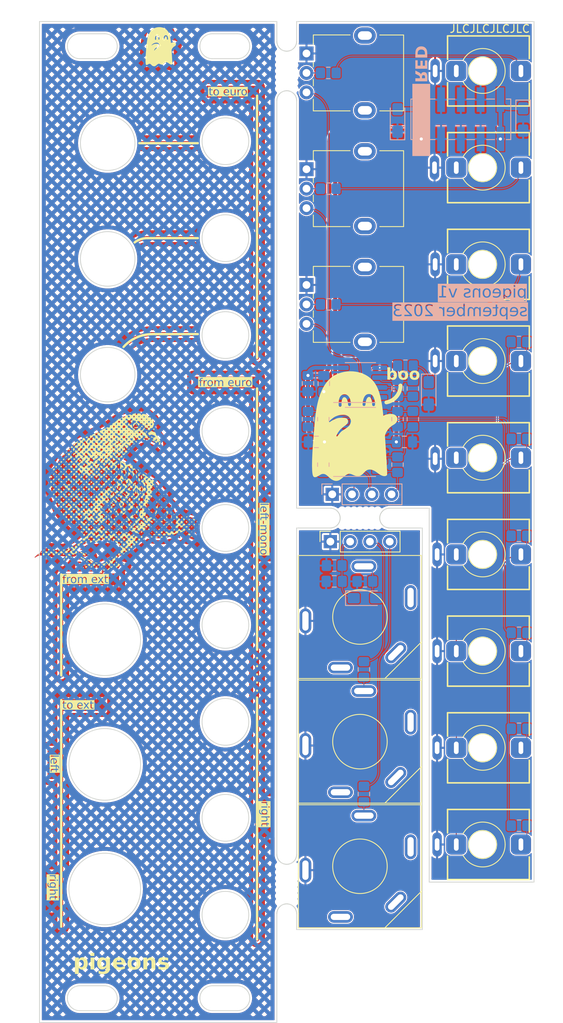
<source format=kicad_pcb>
(kicad_pcb (version 20221018) (generator pcbnew)
  (layers (0 "F.Cu" signal) (31 "B.Cu" signal) (34 "B.Paste" user) (35 "F.Paste" user) (36 "B.SilkS" user "B.Silkscreen") (37 "F.SilkS" user "F.Silkscreen") (38 "B.Mask" user) (39 "F.Mask" user) (44 "Edge.Cuts" user))
  (net 0 "")
  (net 1 "GND")
  (net 2 "in")
  (net 7 "Net-(R1-Pad1)")
  (net 8 "Net-(R2-Pad1)")
  (net 9 "Net-(R3-Pad1)")
  (net 10 "Net-(C4-Pad1)")
  (net 11 "+12V")
  (net 12 "GND1")
  (net 13 "-12V")
  (net 17 "Net-(J4-PadT)")
  (net 18 "Net-(J5-PadT)")
  (net 20 "Net-(J6-PadT)")
  (net 22 "L1")
  (net 24 "L2")
  (net 26 "L3")
  (net 28 "Net-(J10-PadT)")
  (net 29 "Net-(J11-PadT)")
  (net 30 "Net-(J12-PadT)")
  (net 31 "Net-(R11-Pad2)")
  (net 32 "Net-(U1A--)")
  (net 33 "Net-(U1B--)")
  (net 34 "Net-(R13-Pad1)")
  (net 35 "Net-(U1D--)")
  (net 36 "Net-(U1C--)")
  (net 37 "J1 front")
  (net 38 "J1 back")
  (net 39 "J2 back")
  (net 40 "J3 back")
  (net 41 "J2 front")
  (net 42 "J3 front")
  (net 46 "Net-(C2-Pad2)")
  (net 47 "Net-(J2-PadT)")
  (net 48 "Net-(J3-PadT)")
  (net 49 "Net-(U2B--)")
  (footprint "Pale Slim Ghost:Jack_3.5mm_QingPu_WQP-PJ398SM_Vertical" (layer "F.Cu") (at 112.776 108.7755 -90)
    (fp_text reference "J10" hide)
    (fp_text value "AudioJack2_SwitchT")
  )
  (footprint "Pale Slim Ghost:Jack_3.5mm_QingPu_WQP-PJ398SM_Vertical" (layer "F.Cu") (at 112.776 34.29 -90)
    (fp_text reference "J4" hide)
    (fp_text value "AudioJack2_SwitchT")
  )
  (footprint "Pale Slim Ghost:Potentiometer_Alpha_RD901F-40-00D_Single_Vertical" (layer "F.Cu") (at 97.663 34.544)
    (fp_text reference "RV1" hide)
    (fp_text value "R_Potentiometer")
  )
  (footprint "Pale Slim Ghost:Jack_3.5mm_QingPu_WQP-PJ398SM_Vertical" (layer "F.Cu") (at 112.776 121.18975 -90)
    (fp_text reference "J11" hide)
    (fp_text value "AudioJack2_SwitchT")
  )
  (footprint "Pale Slim Ghost:Potentiometer_Alpha_RD901F-40-00D_Single_Vertical" (layer "F.Cu") (at 97.663 49.403)
    (fp_text reference "RV2" hide)
    (fp_text value "R_Potentiometer")
  )
  (footprint "Connector_PinSocket_2.54mm:PinSocket_1x04_P2.54mm_Vertical" (layer "F.Cu") (at 93.228 94.717 90)
    (fp_text reference "J14" hide)
    (fp_text value "Conn_01x04_Socket")
  )
  (footprint "Pale Slim Ghost:Jack_3.5mm_QingPu_WQP-PJ398SM_Vertical" (layer "F.Cu") (at 112.776 96.36125 -90)
    (fp_text reference "J9" hide)
    (fp_text value "AudioJack2_SwitchT")
  )
  (footprint "Pale Slim Ghost:Qingpu WQP-PJ612A" (layer "F.Cu") (at 97.028 136.398)
    (fp_text reference "J3" hide)
    (fp_text value "AudioJack3_SwitchTR")
  )
  (footprint "Pale Slim Ghost:Qingpu WQP-PJ612A" (layer "F.Cu") (at 97.028 104.394)
    (fp_text reference "J1" hide)
    (fp_text value "AudioJack3_SwitchTR")
  )
  (footprint "Pale Slim Ghost:Jack_3.5mm_QingPu_WQP-PJ398SM_Vertical" (layer "F.Cu") (at 112.776 83.947 -90)
    (fp_text reference "J8" hide)
    (fp_text value "AudioJack2_SwitchT")
  )
  (footprint "Pale Slim Ghost:Potentiometer_Alpha_RD901F-40-00D_Single_Vertical" (layer "F.Cu") (at 97.663 64.262)
    (fp_text reference "RV3" hide)
    (fp_text value "R_Potentiometer")
  )
  (footprint "Pale Slim Ghost:Jack_3.5mm_QingPu_WQP-PJ398SM_Vertical" (layer "F.Cu") (at 112.776 59.1185 -90)
    (fp_text reference "J6" hide)
    (fp_text value "AudioJack2_SwitchT")
  )
  (footprint "Pale Slim Ghost:Qingpu WQP-PJ612A" (layer "F.Cu") (at 97.028 120.396)
    (fp_text reference "J2" hide)
    (fp_text value "AudioJack3_SwitchTR")
  )
  (footprint "Pale Slim Ghost:Jack_3.5mm_QingPu_WQP-PJ398SM_Vertical" (layer "F.Cu") (at 112.776 133.604 -90)
    (fp_text reference "J12" hide)
    (fp_text value "AudioJack2_SwitchT")
  )
  (footprint "LOGO" (layer "F.Cu") (at 65.913 88.519)
    (fp_text reference "G***" hide)
    (fp_text value "LOGO" hide)
  )
  (footprint "Pale Slim Ghost:mousebite-2.54x5.08mm" (layer "F.Cu") (at 87.63 34.29 -90)
    (fp_text reference "B2" hide)
    (fp_text value "Mousebite" hide)
    (fp_arc (start -3.81 -1.27) (mid -2.54 0) (end -3.81 1.27) (stroke (width 0.12)) (layer "Edge.Cuts"))
    (fp_arc (start 3.81 1.27) (mid 2.54 0) (end 3.81 -1.27) (stroke (width 0.12)) (layer "Edge.Cuts"))
  )
  (footprint "LOGO" (layer "F.Cu") (at 65.913 88.519)
    (fp_text reference "G***" hide)
    (fp_text value "LOGO" hide)
  )
  (footprint "Pale Slim Ghost:mousebite-2.54x5.08mm" (layer "F.Cu") (at 97.028 91.694)
    (fp_text reference "B1" hide)
    (fp_text value "Mousebite" hide)
    (fp_arc (start -3.81 -1.27) (mid -2.54 0) (end -3.81 1.27) (stroke (width 0.12)) (layer "Edge.Cuts"))
    (fp_arc (start 3.81 1.27) (mid 2.54 0) (end 3.81 -1.27) (stroke (width 0.12)) (layer "Edge.Cuts"))
  )
  (footprint "Pale Slim Ghost:mousebite-2.54x5.08mm" (layer "F.Cu") (at 87.63 138.684 90)
    (fp_text reference "B3" hide)
    (fp_text value "Mousebite" hide)
    (fp_arc (start -3.81 -1.27) (mid -2.54 0) (end -3.81 1.27) (stroke (width 0.12)) (layer "Edge.Cuts"))
    (fp_arc (start 3.81 1.27) (mid 2.54 0) (end 3.81 -1.27) (stroke (width 0.12)) (layer "Edge.Cuts"))
  )
  (footprint "Pale Slim Ghost:Jack_3.5mm_QingPu_WQP-PJ398SM_Vertical" (layer "F.Cu") (at 112.776 71.53275 -90)
    (fp_text reference "J7" hide)
    (fp_text value "AudioJack2_SwitchT")
  )
  (footprint "Pale Slim Ghost:Jack_3.5mm_QingPu_WQP-PJ398SM_Vertical" (layer "F.Cu") (at 112.776 46.70425 -90)
    (fp_text reference "J5" hide)
    (fp_text value "AudioJack2_SwitchT")
  )
  (footprint "Resistor_SMD:R_0805_2012Metric_Pad1.20x1.40mm_HandSolder" (layer "B.Cu") (at 92.326 84.836 -90)
    (fp_text reference "R10" hide)
    (fp_text value "10k")
  )
  (footprint "Resistor_SMD:R_0805_2012Metric_Pad1.20x1.40mm_HandSolder" (layer "B.Cu") (at 101.851 78.994 90)
    (fp_text reference "R15" hide)
    (fp_text value "100k")
  )
  (footprint "Capacitor_SMD:C_0805_2012Metric_Pad1.18x1.45mm_HandSolder" (layer "B.Cu") (at 90.359 74.422 -90)
    (fp_text reference "C9" hide)
    (fp_text value "C")
  )
  (footprint "Capacitor_SMD:C_0805_2012Metric_Pad1.18x1.45mm_HandSolder" (layer "B.Cu") (at 92.391 74.422 -90)
    (fp_text reference "C10" hide)
    (fp_text value "C")
  )
  (footprint "Resistor_SMD:R_0805_2012Metric_Pad1.20x1.40mm_HandSolder" (layer "B.Cu") (at 103.821 78.994 -90)
    (fp_text reference "R13" hide)
    (fp_text value "100k")
  )
  (footprint "Resistor_SMD:R_0805_2012Metric_Pad1.20x1.40mm_HandSolder" (layer "B.Cu") (at 117.443 69.088 180)
    (fp_text reference "R16" hide)
    (fp_text value "100k")
  )
  (footprint "Capacitor_Tantalum_SMD:CP_EIA-3216-18_Kemet-A_Pad1.58x1.35mm_HandSolder" (layer "B.Cu") (at 117.983 40.513 -90)
    (fp_text reference "C5" hide)
    (fp_text value "C_Polarized")
  )
  (footprint "Resistor_SMD:R_0805_2012Metric_Pad1.20x1.40mm_HandSolder" (layer "B.Cu") (at 92.964 64.262)
    (fp_text reference "R3" hide)
    (fp_text value "1k")
  )
  (footprint "Resistor_SMD:R_0805_2012Metric_Pad1.20x1.40mm_HandSolder" (layer "B.Cu") (at 92.964 34.544)
    (fp_text reference "R1" hide)
    (fp_text value "1k")
  )
  (footprint "Package_SO:SOIC-14_3.9x8.7mm_P1.27mm" (layer "B.Cu") (at 97.09 81.915)
    (fp_text reference "U1" hide)
    (fp_text value "TL074")
  )
  (footprint "Resistor_SMD:R_0805_2012Metric_Pad1.20x1.40mm_HandSolder" (layer "B.Cu") (at 117.443 81.534 180)
    (fp_text reference "R17" hide)
    (fp_text value "100k")
  )
  (footprint "Resistor_SMD:R_0805_2012Metric_Pad1.20x1.40mm_HandSolder" (layer "B.Cu") (at 117.459 106.426 180)
    (fp_text reference "R19" hide)
    (fp_text value "100k")
  )
  (footprint "Resistor_SMD:R_0805_2012Metric_Pad1.20x1.40mm_HandSolder" (layer "B.Cu") (at 117.459 118.745 180)
    (fp_text reference "R20" hide)
    (fp_text value "100k")
  )
  (footprint "Capacitor_Tantalum_SMD:CP_EIA-3216-18_Kemet-A_Pad1.58x1.35mm_HandSolder" (layer "B.Cu") (at 105.853 75.692 -90)
    (fp_text reference "C4" hide)
    (fp_text value "10u")
  )
  (footprint "Resistor_SMD:R_0805_2012Metric_Pad1.20x1.40mm_HandSolder" (layer "B.Cu") (at 97.536 127.127 -90)
    (fp_text reference "R12" hide)
    (fp_text value "1k")
  )
  (footprint "Capacitor_Tantalum_SMD:CP_EIA-3216-18_Kemet-A_Pad1.58x1.35mm_HandSolder" (layer "B.Cu") (at 97.663 101.981)
    (fp_text reference "C2" hide)
    (fp_text value "10u")
  )
  (footprint "Resistor_SMD:R_0805_2012Metric_Pad1.20x1.40mm_HandSolder" (layer "B.Cu") (at 117.443 93.98 180)
    (fp_text reference "R18" hide)
    (fp_text value "100k")
  )
  (footprint "Capacitor_SMD:C_0805_2012Metric_Pad1.18x1.45mm_HandSolder" (layer "B.Cu") (at 93.726 99.822 180)
    (fp_text reference "C1" hide)
    (fp_text value "10p")
  )
  (footprint "Resistor_SMD:R_0805_2012Metric_Pad1.20x1.40mm_HandSolder" (layer "B.Cu") (at 92.964 49.403)
    (fp_text reference "R2" hide)
    (fp_text value "1k")
  )
  (footprint "Resistor_SMD:R_0805_2012Metric_Pad1.20x1.40mm_HandSolder" (layer "B.Cu") (at 97.536 111.125 -90)
    (fp_text reference "R8" hide)
    (fp_text value "1k")
  )
  (footprint "Resistor_SMD:R_0805_2012Metric_Pad1.20x1.40mm_HandSolder" (layer "B.Cu") (at 90.359 78.994 -90)
    (fp_text reference "R9" hide)
    (fp_text value "100k")
  )
  (footprint "Capacitor_SMD:C_0805_2012Metric_Pad1.18x1.45mm_HandSolder" (layer "B.Cu") (at 91.437 81.915 180)
    (fp_text reference "C6" hide)
    (fp_text value "C")
  )
  (footprint "Resistor_SMD:R_0805_2012Metric_Pad1.20x1.40mm_HandSolder" (layer "B.Cu") (at 97.663 99.822 180)
    (fp_text reference "R4" hide)
    (fp_text value "1M")
  )
  (footprint "Resistor_SMD:R_0805_2012Metric_Pad1.20x1.40mm_HandSolder" (layer "B.Cu") (at 103.821 75.057 -90)
    (fp_text reference "R6" hide)
    (fp_text value "10k")
  )
  (footprint "Connector_PinHeader_2.54mm:PinHeader_2x05_P2.54mm_Vertical_SMD" (layer "B.Cu") (at 109.982 40.498 -90)
    (fp_text reference "J13" hide)
    (fp_text value "Conn_02x05_Odd_Even")
  )
  (footprint "Capacitor_Tantalum_SMD:CP_EIA-3216-18_Kemet-A_Pad1.58x1.35mm_HandSolder" (layer "B.Cu") (at 101.854 40.64 90)
    (fp_text reference "C7" hide)
    (fp_text value "C_Polarized")
  )
  (footprint "Resistor_SMD:R_0805_2012Metric_Pad1.20x1.40mm_HandSolder" (layer "B.Cu") (at 102.87 72.136 180)
    (fp_text reference "R7" hide)
    (fp_text value "470")
  )
  (footprint "Package_SO:SOIC-8_3.9x4.9mm_P1.27mm" (layer "B.Cu") (at 97.09 74.295)
    (fp_text reference "U2" hide)
    (fp_text value "TL072")
  )
  (footprint "Connector_PinHeader_2.54mm:PinHeader_1x04_P2.54mm_Vertical" (layer "B.Cu") (at 93.472 88.646 -90)
    (fp_text reference "J15" hide)
    (fp_text value "Conn_01x04_Pin")
  )
  (footprint "Resistor_SMD:R_0805_2012Metric_Pad1.20x1.40mm_HandSolder" (layer "B.Cu") (at 117.459 131.191 180)
    (fp_text reference "R21" hide)
    (fp_text value "100k")
  )
  (footprint "Capacitor_SMD:C_0805_2012Metric_Pad1.18x1.45mm_HandSolder" (layer "B.Cu") (at 101.8645 75.057 -90)
    (fp_text reference "C3" hide)
    (fp_text value "47p")
  )
  (footprint "Resistor_SMD:R_0805_2012Metric_Pad1.20x1.40mm_HandSolder" (layer "B.Cu") (at 101.851 84.836 -90)
    (fp_text reference "R14" hide)
    (fp_text value "10k")
  )
  (footprint "Resistor_SMD:R_0805_2012Metric_Pad1.20x1.40mm_HandSolder" (layer "B.Cu") (at 93.726 97.79 180)
    (fp_text reference "R5" hide)
    (fp_text value "150k")
  )
  (footprint "Resistor_SMD:R_0805_2012Metric_Pad1.20x1.40mm_HandSolder" (layer "B.Cu") (at 92.326 78.994 90)
    (fp_text reference "R11" hide)
    (fp_text value "100k")
  )
  (footprint "Capacitor_SMD:C_0805_2012Metric_Pad1.18x1.45mm_HandSolder" (layer "B.Cu") (at 102.74 81.915 180)
    (fp_text reference "C8" hide)
    (fp_text value "C")
  )
  (gr_line (start 83.82 73.66) (end 83.82 145.796) (stroke (width 0.5)) (layer "F.Cu"))
  (gr_line (start 83.82 36.449) (end 83.82 71.12) (stroke (width 0.5)) (layer "F.Cu"))
  (gr_rect (start 83.947 89.027) (end 85.471 97.155) (stroke (width 0.2)) (fill solid) (layer "F.Cu"))
  (gr_rect (start 58.4835 98.806) (end 66.1035 100.33) (fill solid) (layer "F.Cu"))
  (gr_rect (start 77.343 36.195) (end 83.947 37.719) (fill solid) (layer "F.Cu"))
  (gr_line (start 58.674 98.933) (end 58.674 111.887) (stroke (width 0.5)) (layer "F.Cu"))
  (gr_line (start 76.2 68.072) (end 70.231 68.072) (stroke (width 0.5)) (layer "F.Cu"))
  (gr_line (start 76.2 43.561) (end 68.707 43.561) (stroke (width 0.5)) (layer "F.Cu"))
  (gr_line (start 76.2 55.753) (end 69.723 55.753) (stroke (width 0.5)) (layer "F.Cu"))
  (gr_rect (start 83.947 127.762) (end 85.598 132.588) (stroke (width 0.2)) (fill solid) (layer "F.Cu"))
  (gr_rect (start 58.4835 114.935) (end 64.3255 116.459) (fill solid) (layer "F.Cu"))
  (gr_arc (start 68.101094 56.299047) (mid 68.927244 55.871316) (end 69.85 55.753001) (stroke (width 0.5)) (layer "F.Cu"))
  (gr_rect (start 56.7055 137.16) (end 58.3565 141.986) (stroke (width 0.2)) (fill solid) (layer "F.Cu"))
  (gr_poly (pts (xy 71.374 28.702) (xy 71.504211 28.717376) (xy 71.568623 28.729339) (xy 71.632378 28.744165) (xy 71.695331 28.761863) (xy 71.757337 28.782444) (xy 71.818249 28.805916) (xy 71.877923 28.832288) (xy 71.936213 28.861572) (xy 71.992974 28.893775) (xy 72.04806 28.928908) (xy 72.101325 28.96698) (xy 72.16616 29.02008) (xy 72.225556 29.076969) (xy 72.279815 29.137358) (xy 72.32924 29.20096) (xy 72.374132 29.267488) (xy 72.414793 29.336654) (xy 72.451526 29.408171) (xy 72.484632 29.481752) (xy 72.514413 29.557108) (xy 72.541172 29.633953) (xy 72.565211 29.711999) (xy 72.58683 29.790958) (xy 72.606334 29.870543) (xy 72.624022 29.950466) (xy 72.655164 30.110179) (xy 72.668059 30.184995) (xy 72.679678 30.260038) (xy 72.690202 30.335265) (xy 72.699813 30.41063) (xy 72.717021 30.561593) (xy 72.732753 30.712569) (xy 72.734328 30.727427) (xy 72.735712 30.739661) (xy 72.736918 30.749501) (xy 72.737957 30.757176) (xy 72.738843 30.762916) (xy 72.739587 30.766951) (xy 72.740201 30.769512) (xy 72.740464 30.770311) (xy 72.740699 30.770827) (xy 72.740908 30.771089) (xy 72.741092 30.771126) (xy 72.741253 30.770967) (xy 72.741393 30.77064) (xy 72.741614 30.769598) (xy 72.741767 30.76823) (xy 72.741948 30.764096) (xy 72.747793 30.758988) (xy 72.76553 30.745619) (xy 72.778952 30.736752) (xy 72.795459 30.72692) (xy 72.815091 30.716487) (xy 72.837884 30.705822) (xy 72.863876 30.69529) (xy 72.893104 30.685258) (xy 72.925607 30.676091) (xy 72.961423 30.668158) (xy 73.000588 30.661824) (xy 73.04314 30.657455) (xy 73.089118 30.655418) (xy 73.138558 30.65608) (xy 73.163499 30.657938) (xy 73.187131 30.661325) (xy 73.209439 30.666164) (xy 73.230412 30.672376) (xy 73.250037 30.679883) (xy 73.2683 30.688607) (xy 73.28519 30.69847) (xy 73.300694 30.709393) (xy 73.314799 30.721298) (xy 73.327492 30.734108) (xy 73.338761 30.747743) (xy 73.348592 30.762125) (xy 73.356974 30.777177) (xy 73.363893 30.79282) (xy 73.369338 30.808976) (xy 73.373294 30.825566) (xy 73.37575 30.842513) (xy 73.376692 30.859738) (xy 73.376109 30.877163) (xy 73.373986 30.89471) (xy 73.370313 30.9123) (xy 73.365075 30.929856) (xy 73.358261 30.947298) (xy 73.349858 30.96455) (xy 73.339852 30.981532) (xy 73.328231 30.998166) (xy 73.314983 31.014375) (xy 73.300095 31.030079) (xy 73.283554 31.045202) (xy 73.265347 31.059663) (xy 73.245462 31.073386) (xy 73.223886 31.086293) (xy 73.184003 31.109785) (xy 73.145566 31.135069) (xy 73.10866 31.162054) (xy 73.073368 31.19065) (xy 73.039774 31.220765) (xy 73.00796 31.252311) (xy 72.978012 31.285197) (xy 72.950011 31.319332) (xy 72.924043 31.354627) (xy 72.90019 31.390991) (xy 72.878536 31.428334) (xy 72.859164 31.466565) (xy 72.842159 31.505595) (xy 72.827603 31.545333) (xy 72.815581 31.585688) (xy 72.806175 31.626572) (xy 72.848344 32.25497) (xy 72.883277 32.824456) (xy 72.904876 33.239832) (xy 72.908771 33.359977) (xy 72.90866 33.392958) (xy 72.907048 33.405895) (xy 72.898455 33.413763) (xy 72.889344 33.420518) (xy 72.879752 33.426205) (xy 72.869714 33.430867) (xy 72.859267 33.43455) (xy 72.848446 33.437298) (xy 72.837289 33.439155) (xy 72.82583 33.440166) (xy 72.814106 33.440375) (xy 72.802153 33.439827) (xy 72.790008 33.438567) (xy 72.777706 33.436638) (xy 72.765283 33.434086) (xy 72.752775 33.430955) (xy 72.727652 33.423134) (xy 72.702624 33.413531) (xy 72.67798 33.402502) (xy 72.654009 33.390403) (xy 72.630999 33.37759) (xy 72.609241 33.364419) (xy 72.589022 33.351247) (xy 72.570631 33.338429) (xy 72.554358 33.326321) (xy 72.504809 33.288782) (xy 72.45014 33.250195) (xy 72.421057 33.231375) (xy 72.3909 33.213333) (xy 72.359736 33.196414) (xy 72.327635 33.180966) (xy 72.294665 33.167334) (xy 72.260895 33.155866) (xy 72.226393 33.146908) (xy 72.208888 33.143479) (xy 72.191227 33.140807) (xy 72.173417 33.138935) (xy 72.155466 33.137908) (xy 72.137384 33.137768) (xy 72.119179 33.138559) (xy 72.10086 33.140324) (xy 72.082434 33.143106) (xy 72.063911 33.146948) (xy 72.0453 33.151895) (xy 72.028542 33.157507) (xy 72.012415 33.164179) (xy 71.996873 33.171828) (xy 71.981866 33.180369) (xy 71.967347 33.189717) (xy 71.953267 33.199789) (xy 71.939579 33.210501) (xy 71.926233 33.221767) (xy 71.900379 33.24563) (xy 71.87532 33.270704) (xy 71.826043 33.32179) (xy 71.801055 33.346456) (xy 71.775322 33.36964) (xy 71.762054 33.380465) (xy 71.748456 33.390667) (xy 71.734478 33.400162) (xy 71.720073 33.408865) (xy 71.705193 33.416693) (xy 71.689788 33.42356) (xy 71.673812 33.429384) (xy 71.657216 33.434079) (xy 71.639952 33.437562) (xy 71.621971 33.439748) (xy 71.603226 33.440553) (xy 71.583668 33.439894) (xy 71.562898 33.437911) (xy 71.54286 33.435015) (xy 71.523503 33.431302) (xy 71.504776 33.426868) (xy 71.48663 33.421807) (xy 71.469014 33.416216) (xy 71.43517 33.403824) (xy 71.371626 33.376879) (xy 71.341121 33.363856) (xy 71.310924 33.352151) (xy 71.280631 33.342531) (xy 71.265323 33.33874) (xy 71.24984 33.335758) (xy 71.234132 33.333679) (xy 71.218148 33.332598) (xy 71.201839 33.332612) (xy 71.185153 33.333816) (xy 71.16804 33.336306) (xy 71.150451 33.340177) (xy 71.132334 33.345524) (xy 71.11364 33.352444) (xy 71.094317 33.361032) (xy 71.074316 33.371383) (xy 71.053587 33.383594) (xy 71.032078 33.397759) (xy 70.993156 33.426163) (xy 70.955953 33.455652) (xy 70.885315 33.51514) (xy 70.851183 33.543767) (xy 70.817377 33.570732) (xy 70.78355 33.595349) (xy 70.749354 33.616933) (xy 70.732009 33.626372) (xy 70.71444 33.634795) (xy 70.696605 33.642117) (xy 70.67846 33.648251) (xy 70.659961 33.653111) (xy 70.641066 33.656613) (xy 70.621729 33.658669) (xy 70.601909 33.659194) (xy 70.581561 33.658102) (xy 70.560641 33.655308) (xy 70.539107 33.650725) (xy 70.516915 33.644268) (xy 70.494021 33.635851) (xy 70.470381 33.625389) (xy 70.445953 33.612794) (xy 70.420692 33.597982) (xy 70.404572 33.587572) (xy 70.388925 33.576701) (xy 70.358881 33.553823) (xy 70.330225 33.529852) (xy 70.302618 33.505293) (xy 70.2492 33.456426) (xy 70.222715 33.433125) (xy 70.195929 33.411252) (xy 70.168503 33.391311) (xy 70.154446 33.382223) (xy 70.140102 33.373806) (xy 70.12543 33.366124) (xy 70.110387 33.35924) (xy 70.094931 33.353217) (xy 70.07902 33.348118) (xy 70.062612 33.344006) (xy 70.045664 33.340944) (xy 70.028135 33.338995) (xy 70.009982 33.338222) (xy 69.991163 33.338688) (xy 69.971635 33.340456) (xy 69.951357 33.343589) (xy 69.930287 33.348149) (xy 69.923642 33.350159) (xy 69.916161 33.353072) (xy 69.898916 33.361289) (xy 69.879005 33.372169) (xy 69.856882 33.385079) (xy 69.807815 33.414457) (xy 69.78178 33.429659) (xy 69.755348 33.444358) (xy 69.728973 33.457923) (xy 69.70311 33.469721) (xy 69.678211 33.479117) (xy 69.666266 33.482718) (xy 69.654732 33.48548) (xy 69.643666 33.487327) (xy 69.633125 33.488177) (xy 69.623166 33.487953) (xy 69.613845 33.486574) (xy 69.605219 33.483963) (xy 69.597345 33.480039) (xy 69.59028 33.474724) (xy 69.58408 33.467939) (xy 69.566679 33.432983) (xy 69.552725 33.379006) (xy 69.542068 33.307036) (xy 69.534557 33.218102) (xy 69.528376 32.993457) (xy 69.532982 32.713298) (xy 69.547175 32.385856) (xy 69.569755 32.019358) (xy 69.635276 31.202114) (xy 69.656523 30.974678) (xy 70.22753 30.974678) (xy 70.297663 31.049809) (xy 70.306098 31.041367) (xy 70.315979 31.032411) (xy 70.327222 31.023011) (xy 70.33974 31.013235) (xy 70.353446 31.003155) (xy 70.368256 30.992839) (xy 70.400837 30.971781) (xy 70.436796 30.950618) (xy 70.475441 30.92991) (xy 70.495557 30.919901) (xy 70.516085 30.910214) (xy 70.536941 30.90092) (xy 70.558038 30.892088) (xy 70.630152 30.862991) (xy 70.645989 30.857273) (xy 70.661794 30.852143) (xy 70.677988 30.847584) (xy 70.694995 30.843579) (xy 70.713235 30.840109) (xy 70.733132 30.837159) (xy 70.755107 30.834709) (xy 70.779582 30.832744) (xy 70.80698 30.831246) (xy 70.837723 30.830197) (xy 70.910932 30.829379) (xy 70.930721 30.829694) (xy 70.949185 30.830616) (xy 70.966369 30.832111) (xy 70.98232 30.834146) (xy 70.997083 30.836689) (xy 71.010703 30.839704) (xy 71.023226 30.843159) (xy 71.034699 30.847021) (xy 71.045166 30.851256) (xy 71.054674 30.85583) (xy 71.063268 30.86071) (xy 71.070994 30.865863) (xy 71.077897 30.871255) (xy 71.084024 30.876853) (xy 71.089419 30.882623) (xy 71.094129 30.888532) (xy 71.0982 30.894547) (xy 71.101677 30.900633) (xy 71.104606 30.906759) (xy 71.107032 30.912889) (xy 71.109001 30.918991) (xy 71.11056 30.925031) (xy 71.111753 30.930976) (xy 71.112626 30.936792) (xy 71.113597 30.947905) (xy 71.113837 30.958102) (xy 71.113591 30.974678) (xy 71.11344 30.978142) (xy 71.112996 30.981779) (xy 71.112268 30.985577) (xy 71.111268 30.989523) (xy 71.108493 30.997812) (xy 71.104757 31.006549) (xy 71.100144 31.015637) (xy 71.09474 31.024978) (xy 71.088632 31.034476) (xy 71.081904 31.044033) (xy 71.074642 31.053552) (xy 71.066932 31.062936) (xy 71.058859 31.072087) (xy 71.050508 31.08091) (xy 71.041966 31.089305) (xy 71.033318 31.097176) (xy 71.024649 31.104427) (xy 71.016045 31.110959) (xy 70.9835 31.134286) (xy 70.96708 31.146248) (xy 70.949344 31.159499) (xy 70.92938 31.174854) (xy 70.906276 31.193132) (xy 70.879119 31.215148) (xy 70.846996 31.24172) (xy 70.830011 31.256271) (xy 70.813938 31.270782) (xy 70.79874 31.285223) (xy 70.784377 31.299562) (xy 70.770809 31.313768) (xy 70.757999 31.327811) (xy 70.745908 31.341659) (xy 70.734496 31.355281) (xy 70.723724 31.368647) (xy 70.713554 31.381725) (xy 70.694864 31.406896) (xy 70.678113 31.430546) (xy 70.662991 31.452427) (xy 70.653076 31.467661) (xy 70.642548 31.485476) (xy 70.631406 31.505872) (xy 70.619651 31.528849) (xy 70.607282 31.554407) (xy 70.594299 31.582546) (xy 70.580703 31.613266) (xy 70.566494 31.646568) (xy 70.653767 31.702358) (xy 70.710993 31.629294) (xy 70.770403 31.554015) (xy 70.791749 31.527359) (xy 70.811074 31.504185) (xy 70.820288 31.493671) (xy 70.829369 31.48375) (xy 70.838439 31.474327) (xy 70.847624 31.465311) (xy 70.857047 31.456608) (xy 70.866832 31.448125) (xy 70.877103 31.43977) (xy 70.887984 31.431449) (xy 70.8996 31.42307) (xy 70.912073 31.41454) (xy 70.925527 31.405766) (xy 70.940088 31.396655) (xy 70.971318 31.37715) (xy 71.003999 31.356059) (xy 71.037544 31.333653) (xy 71.071367 31.310202) (xy 71.104881 31.285979) (xy 71.1375 31.261255) (xy 71.168637 31.236301) (xy 71.197705 31.211388) (xy 71.204569 31.205002) (xy 71.211237 31.198261) (xy 71.223985 31.183813) (xy 71.235938 31.168242) (xy 71.247082 31.151747) (xy 71.257405 31.134527) (xy 71.266896 31.11678) (xy 71.275541 31.098705) (xy 71.283329 31.0805) (xy 71.290247 31.062363) (xy 71.296282 31.044495) (xy 71.301423 31.027092) (xy 71.305657 31.010354) (xy 71.308971 30.994479) (xy 71.311354 30.979665) (xy 71.312793 30.966112) (xy 71.313275 30.954018) (xy 71.312805 30.942079) (xy 71.311372 30.928956) (xy 71.308944 30.914789) (xy 71.305487 30.899718) (xy 71.300969 30.883884) (xy 71.295357 30.867427) (xy 71.288618 30.850489) (xy 71.280718 30.833208) (xy 71.271626 30.815727) (xy 71.261307 30.798185) (xy 71.249729 30.780724) (xy 71.236859 30.763483) (xy 71.222664 30.746603) (xy 71.207111 30.730225) (xy 71.190167 30.714489) (xy 71.181164 30.706905) (xy 71.1718 30.699535) (xy 71.156558 30.688693) (xy 71.140967 30.67899) (xy 71.125123 30.670365) (xy 71.109123 30.662758) (xy 71.093064 30.656107) (xy 71.077042 30.650353) (xy 71.061153 30.645434) (xy 71.045494 30.641291) (xy 71.030162 30.637862) (xy 71.015253 30.635087) (xy 71.000863 30.632905) (xy 70.98709 30.631255) (xy 70.974029 30.630078) (xy 70.961777 30.629312) (xy 70.940088 30.628772) (xy 70.904441 30.629195) (xy 70.871159 30.630433) (xy 70.840071 30.632439) (xy 70.811008 30.635168) (xy 70.783798 30.638572) (xy 70.758271 30.642606) (xy 70.734256 30.647223) (xy 70.711584 30.652377) (xy 70.690082 30.658021) (xy 70.669581 30.66411) (xy 70.64991 30.670596) (xy 70.630899 30.677434) (xy 70.594173 30.691978) (xy 70.558038 30.707372) (xy 70.539152 30.716272) (xy 70.518942 30.727142) (xy 70.497641 30.739784) (xy 70.475482 30.753999) (xy 70.452699 30.769586) (xy 70.429525 30.786348) (xy 70.406192 30.804084) (xy 70.382934 30.822595) (xy 70.359984 30.841682) (xy 70.337575 30.861146) (xy 70.31594 30.880787) (xy 70.295311 30.900406) (xy 70.275923 30.919804) (xy 70.258008 30.938782) (xy 70.2418 30.957139) (xy 70.22753 30.974678) (xy 69.656523 30.974678) (xy 69.659343 30.944498) (xy 69.689297 30.676707) (xy 69.707725 30.540687) (xy 69.729117 30.404151) (xy 69.75397 30.267776) (xy 69.777104 30.158948) (xy 70.683006 30.158948) (xy 70.683898 30.196038) (xy 70.68588 30.233106) (xy 70.686353 30.238191) (xy 70.687075 30.243192) (xy 70.688039 30.248104) (xy 70.689239 30.25292) (xy 70.690668 30.257635) (xy 70.692319 30.262242) (xy 70.694186 30.266737) (xy 70.696263 30.271113) (xy 70.698541 30.275364) (xy 70.701016 30.279484) (xy 70.70368 30.283469) (xy 70.706526 30.287311) (xy 70.709548 30.291006) (xy 70.71274 30.294547) (xy 70.716094 30.297929) (xy 70.719604 30.301145) (xy 70.723263 30.304191) (xy 70.727065 30.30706) (xy 70.731003 30.309746) (xy 70.735071 30.312243) (xy 70.739262 30.314547) (xy 70.743568 30.31665) (xy 70.747984 30.318548) (xy 70.752503 30.320234) (xy 70.757118 30.321703) (xy 70.761823 30.322949) (xy 70.766611 30.323965) (xy 70.771475 30.324747) (xy 70.776409 30.325288) (xy 70.781405 30.325583) (xy 70.786458 30.325626) (xy 70.791561 30.32541) (xy 70.796647 30.324937) (xy 70.801648 30.324215) (xy 70.80656 30.323251) (xy 70.811376 30.322051) (xy 70.816091 30.320622) (xy 70.820698 30.318971) (xy 70.825193 30.317104) (xy 70.829568 30.315028) (xy 70.833819 30.312749) (xy 70.83794 30.310274) (xy 70.841925 30.307611) (xy 70.845767 30.304764) (xy 70.849462 30.301742) (xy 70.853003 30.298551) (xy 70.856385 30.295197) (xy 70.859601 30.291687) (xy 70.862647 30.288027) (xy 70.865515 30.284225) (xy 70.868201 30.280287) (xy 70.870699 30.276219) (xy 70.873003 30.272029) (xy 70.875106 30.267722) (xy 70.877004 30.263306) (xy 70.87869 30.258787) (xy 70.880159 30.254172) (xy 70.881404 30.249467) (xy 70.882421 30.244679) (xy 70.883203 30.239815) (xy 70.883744 30.234882) (xy 70.884039 30.229885) (xy 70.884081 30.224832) (xy 70.883866 30.219729) (xy 70.882098 30.185896) (xy 70.881418 30.153152) (xy 70.881806 30.121637) (xy 70.883241 30.091488) (xy 70.885702 30.062846) (xy 70.88731 30.049132) (xy 70.889168 30.035847) (xy 70.891271 30.023007) (xy 70.893617 30.010631) (xy 70.896205 29.998735) (xy 70.89903 29.987336) (xy 70.902091 29.976453) (xy 70.905385 29.966102) (xy 70.908909 29.9563) (xy 70.912661 29.947065) (xy 70.916638 29.938415) (xy 70.920838 29.930366) (xy 70.925257 29.922936) (xy 70.929894 29.916142) (xy 70.934745 29.910002) (xy 70.939808 29.904533) (xy 70.945081 29.899752) (xy 70.95056 29.895676) (xy 70.956244 29.892323) (xy 70.962129 29.889711) (xy 70.968213 29.887856) (xy 70.974493 29.886775) (xy 70.98107 29.886538) (xy 70.987636 29.887223) (xy 70.994179 29.888801) (xy 71.000686 29.891245) (xy 71.007143 29.894524) (xy 71.013538 29.89861) (xy 71.019858 29.903474) (xy 71.026089 29.909086) (xy 71.038234 29.922441) (xy 71.04987 29.938444) (xy 71.060891 29.956861) (xy 71.071194 29.977461) (xy 71.080675 30.000013) (xy 71.08923 30.024284) (xy 71.096755 30.050042) (xy 71.103144 30.077055) (xy 71.108295 30.105092) (xy 71.112104 30.133921) (xy 71.114465 30.163308) (xy 71.115275 30.193024) (xy 71.115404 30.198129) (xy 71.115788 30.203168) (xy 71.116419 30.208134) (xy 71.117291 30.21302) (xy 71.118399 30.21782) (xy 71.119736 30.222528) (xy 71.121296 30.227138) (xy 71.123072 30.231644) (xy 71.125059 30.236039) (xy 71.127251 30.240317) (xy 71.12964 30.244472) (xy 71.13222 30.248498) (xy 71.134987 30.252388) (xy 71.137932 30.256136) (xy 71.141051 30.259736) (xy 71.144336 30.263182) (xy 71.147782 30.266467) (xy 71.151382 30.269586) (xy 71.15513 30.272531) (xy 71.15902 30.275297) (xy 71.163046 30.277878) (xy 71.167201 30.280267) (xy 71.171479 30.282458) (xy 71.175874 30.284445) (xy 71.180379 30.286222) (xy 71.184989 30.287782) (xy 71.189698 30.289119) (xy 71.194498 30.290227) (xy 71.199384 30.291099) (xy 71.20435 30.29173) (xy 71.209388 30.292113) (xy 71.214494 30.292242) (xy 71.2196 30.292113) (xy 71.224639 30.29173) (xy 71.229604 30.291099) (xy 71.23449 30.290227) (xy 71.23929 30.289119) (xy 71.243999 30.287782) (xy 71.248609 30.286222) (xy 71.253115 30.284445) (xy 71.25751 30.282458) (xy 71.261788 30.280267) (xy 71.265943 30.277878) (xy 71.269968 30.275297) (xy 71.273858 30.272531) (xy 71.277606 30.269586) (xy 71.281207 30.266467) (xy 71.284652 30.263182) (xy 71.287938 30.259736) (xy 71.291056 30.256136) (xy 71.294002 30.252388) (xy 71.296768 30.248498) (xy 71.299349 30.244472) (xy 71.301738 30.240317) (xy 71.303929 30.236039) (xy 71.305916 30.231644) (xy 71.307692 30.227138) (xy 71.309252 30.222528) (xy 71.310589 30.21782) (xy 71.311697 30.21302) (xy 71.31257 30.208134) (xy 71.313201 30.203168) (xy 71.313584 30.198129) (xy 71.313713 30.193024) (xy 71.313643 30.190577) (xy 71.78072 30.190577) (xy 71.780819 30.195629) (xy 71.781169 30.200622) (xy 71.781765 30.20555) (xy 71.7826 30.210405) (xy 71.78367 30.215181) (xy 71.784968 30.219872) (xy 71.786487 30.22447) (xy 71.788224 30.22897) (xy 71.79017 30.233365) (xy 71.792321 30.237648) (xy 71.794671 30.241813) (xy 71.797214 30.245852) (xy 71.799944 30.249761) (xy 71.802854 30.253531) (xy 71.80594 30.257156) (xy 71.809195 30.26063) (xy 71.812614 30.263947) (xy 71.81619 30.267099) (xy 71.819918 30.27008) (xy 71.823792 30.272883) (xy 71.827806 30.275502) (xy 71.831954 30.277931) (xy 71.83623 30.280163) (xy 71.840628 30.28219) (xy 71.845143 30.284007) (xy 71.849769 30.285607) (xy 71.854499 30.286984) (xy 71.859328 30.28813) (xy 71.86425 30.28904) (xy 71.869259 30.289707) (xy 71.874349 30.290123) (xy 71.879454 30.290282) (xy 71.884507 30.290183) (xy 71.8895 30.289833) (xy 71.894427 30.289237) (xy 71.899282 30.288401) (xy 71.904059 30.287332) (xy 71.908749 30.286034) (xy 71.913348 30.284514) (xy 71.917848 30.282778) (xy 71.922243 30.280832) (xy 71.926526 30.27868) (xy 71.93069 30.27633) (xy 71.93473 30.273788) (xy 71.938638 30.271058) (xy 71.942408 30.268147) (xy 71.946034 30.265062) (xy 71.949508 30.261806) (xy 71.952824 30.258388) (xy 71.955976 30.254811) (xy 71.958957 30.251083) (xy 71.961761 30.24721) (xy 71.96438 30.243196) (xy 71.966809 30.239048) (xy 71.96904 30.234772) (xy 71.971068 30.230373) (xy 71.972885 30.225858) (xy 71.974485 30.221233) (xy 71.975862 30.216503) (xy 71.977008 30.211674) (xy 71.977918 30.206752) (xy 71.978584 30.201742) (xy 71.979001 30.196652) (xy 71.98013 30.179202) (xy 71.981526 30.162059) (xy 71.983183 30.145239) (xy 71.985093 30.12876) (xy 71.987251 30.112638) (xy 71.989649 30.09689) (xy 71.992281 30.081532) (xy 71.995141 30.066581) (xy 71.99822 30.052054) (xy 72.001514 30.037967) (xy 72.005014 30.024337) (xy 72.008715 30.01118) (xy 72.01261 29.998514) (xy 72.016692 29.986355) (xy 72.020954 29.974719) (xy 72.02539 29.963623) (xy 72.029993 29.953085) (xy 72.034756 29.943119) (xy 72.039673 29.933744) (xy 72.044736 29.924976) (xy 72.04994 29.916831) (xy 72.055278 29.909327) (xy 72.060742 29.902479) (xy 72.066327 29.896304) (xy 72.072025 29.89082) (xy 72.077831 29.886042) (xy 72.083736 29.881988) (xy 72.089735 29.878674) (xy 72.09582 29.876116) (xy 72.101986 29.874332) (xy 72.108225 29.873338) (xy 72.114531 29.87315) (xy 72.119898 29.873851) (xy 72.125226 29.87555) (xy 72.130507 29.878207) (xy 72.13573 29.881782) (xy 72.140886 29.886236) (xy 72.145966 29.891529) (xy 72.155857 29.90447) (xy 72.165325 29.920285) (xy 72.174296 29.938655) (xy 72.18269 29.95926) (xy 72.190432 29.98178) (xy 72.197444 30.005896) (xy 72.203651 30.031288) (xy 72.208974 30.057636) (xy 72.213337 30.084621) (xy 72.216664 30.111922) (xy 72.218876 30.13922) (xy 72.219899 30.166196) (xy 72.219653 30.19253) (xy 72.219604 30.197637) (xy 72.219811 30.202686) (xy 72.220268 30.207671) (xy 72.22097 30.212584) (xy 72.22191 30.21742) (xy 72.223082 30.222172) (xy 72.22448 30.226834) (xy 72.226098 30.231399) (xy 72.22793 30.23586) (xy 72.229971 30.240212) (xy 72.232213 30.244448) (xy 72.234652 30.248562) (xy 72.237281 30.252546) (xy 72.240094 30.256394) (xy 72.243085 30.260101) (xy 72.246248 30.26366) (xy 72.249577 30.267063) (xy 72.253066 30.270305) (xy 72.256709 30.27338) (xy 72.2605 30.27628) (xy 72.264433 30.279) (xy 72.268502 30.281532) (xy 72.272701 30.283871) (xy 72.277024 30.286011) (xy 72.281465 30.287943) (xy 72.286018 30.289663) (xy 72.290677 30.291164) (xy 72.295435 30.292438) (xy 72.300288 30.293481) (xy 72.305228 30.294285) (xy 72.310251 30.294844) (xy 72.315349 30.295151) (xy 72.320456 30.2952) (xy 72.325505 30.294993) (xy 72.33049 30.294536) (xy 72.335403 30.293834) (xy 72.340239 30.292894) (xy 72.344991 30.291723) (xy 72.349653 30.290324) (xy 72.354218 30.288706) (xy 72.35868 30.286874) (xy 72.363032 30.284833) (xy 72.367267 30.282591) (xy 72.371381 30.280152) (xy 72.375365 30.277523) (xy 72.379213 30.27471) (xy 72.38292 30.27172) (xy 72.386479 30.268557) (xy 72.389882 30.265227) (xy 72.393124 30.261738) (xy 72.396199 30.258095) (xy 72.399099 30.254304) (xy 72.401819 30.250371) (xy 72.404352 30.246302) (xy 72.406691 30.242103) (xy 72.40883 30.23778) (xy 72.410762 30.233339) (xy 72.412482 30.228786) (xy 72.413983 30.224127) (xy 72.415258 30.219369) (xy 72.4163 30.214516) (xy 72.417104 30.209576) (xy 72.417663 30.204553) (xy 72.41797 30.199455) (xy 72.418213 30.171685) (xy 72.417123 30.140866) (xy 72.414697 30.1077) (xy 72.410931 30.072888) (xy 72.405821 30.037132) (xy 72.399364 30.001133) (xy 72.391557 29.965592) (xy 72.387146 29.948212) (xy 72.382396 29.931211) (xy 72.373681 29.903595) (xy 72.364056 29.877201) (xy 72.3535 29.852099) (xy 72.341989 29.828357) (xy 72.329503 29.806045) (xy 72.316019 29.785232) (xy 72.308896 29.77541) (xy 72.301515 29.765988) (xy 72.293874 29.756976) (xy 72.28597 29.748382) (xy 72.277799 29.740215) (xy 72.26936 29.732484) (xy 72.260649 29.725196) (xy 72.251665 29.718362) (xy 72.242403 29.711989) (xy 72.232861 29.706087) (xy 72.223037 29.700663) (xy 72.212928 29.695727) (xy 72.202531 29.691288) (xy 72.191843 29.687353) (xy 72.180862 29.683932) (xy 72.169584 29.681033) (xy 72.158008 29.678665) (xy 72.146129 29.676837) (xy 72.133946 29.675557) (xy 72.121456 29.674834) (xy 72.100294 29.674764) (xy 72.079916 29.676039) (xy 72.060313 29.678628) (xy 72.041473 29.682499) (xy 72.023387 29.687622) (xy 72.006044 29.693966) (xy 71.989432 29.7015) (xy 71.973542 29.710191) (xy 71.958362 29.720011) (xy 71.943882 29.730926) (xy 71.930092 29.742906) (xy 71.91698 29.755921) (xy 71.904537 29.769938) (xy 71.89275 29.784927) (xy 71.871107 29.817697) (xy 71.851967 29.853981) (xy 71.835242 29.89353) (xy 71.82085 29.936096) (xy 71.808703 29.98143) (xy 71.798718 30.029284) (xy 71.790809 30.079408) (xy 71.784891 30.131553) (xy 71.780879 30.185472) (xy 71.78072 30.190577) (xy 71.313643 30.190577) (xy 71.312295 30.143607) (xy 71.308043 30.09458) (xy 71.304856 30.070347) (xy 71.300961 30.046372) (xy 71.296361 30.02271) (xy 71.291054 29.999413) (xy 71.285042 29.976535) (xy 71.278325 29.954131) (xy 71.270904 29.932253) (xy 71.262779 29.910955) (xy 71.25395 29.890292) (xy 71.244419 29.870316) (xy 71.234185 29.851081) (xy 71.22325 29.832641) (xy 71.211613 29.81505) (xy 71.199275 29.798361) (xy 71.186237 29.782628) (xy 71.172498 29.767904) (xy 71.158061 29.754243) (xy 71.142925 29.741699) (xy 71.12709 29.730325) (xy 71.110558 29.720175) (xy 71.093328 29.711303) (xy 71.075401 29.703762) (xy 71.056778 29.697607) (xy 71.03746 29.69289) (xy 71.017446 29.689665) (xy 70.996737 29.687986) (xy 70.975334 29.687906) (xy 70.953237 29.68948) (xy 70.940856 29.691076) (xy 70.928792 29.693157) (xy 70.917044 29.695716) (xy 70.905608 29.698746) (xy 70.894483 29.702239) (xy 70.883668 29.706188) (xy 70.873161 29.710586) (xy 70.862959 29.715425) (xy 70.853061 29.720699) (xy 70.843465 29.726399) (xy 70.834169 29.73252) (xy 70.825172 29.739053) (xy 70.816472 29.745991) (xy 70.808066 29.753326) (xy 70.79213 29.769163) (xy 70.777352 29.786504) (xy 70.763716 29.805291) (xy 70.751208 29.825466) (xy 70.739812 29.84697) (xy 70.729514 29.869747) (xy 70.7203 29.893737) (xy 70.712155 29.918882) (xy 70.705064 29.945124) (xy 70.70119 29.961885) (xy 70.69772 29.978905) (xy 70.694644 29.996167) (xy 70.691951 30.013647) (xy 70.687676 30.049186) (xy 70.684814 30.085358) (xy 70.683284 30.122) (xy 70.683006 30.158948) (xy 69.777104 30.158948) (xy 69.782782 30.132238) (xy 69.816049 29.998213) (xy 69.854268 29.866378) (xy 69.897938 29.737407) (xy 69.947555 29.611979) (xy 70.003617 29.490767) (xy 70.06662 29.37445) (xy 70.137063 29.263702) (xy 70.215442 29.1592) (xy 70.257497 29.110592) (xy 70.302097 29.064636) (xy 70.349094 29.021344) (xy 70.398344 28.980724) (xy 70.449701 28.942785) (xy 70.50302 28.907538) (xy 70.558155 28.874991) (xy 70.61496 28.845155) (xy 70.673291 28.818039) (xy 70.733002 28.793652) (xy 70.793947 28.772004) (xy 70.855981 28.753105) (xy 70.982735 28.72359) (xy 71.112098 28.705183) (xy 71.242908 28.697961)) (stroke (width 0.066145)) (fill solid) (layer "F.Cu"))
  (gr_line (start 58.674 115.062) (end 58.674 144.145) (stroke (width 0.5)) (layer "F.Cu"))
  (gr_arc (start 66.675 69.723) (mid 68.341269 68.50831) (end 70.358 68.078517) (stroke (width 0.5)) (layer "F.Cu"))
  (gr_rect (start 57.023 121.285) (end 58.3565 125.095) (stroke (width 0.2)) (fill solid) (layer "F.Cu"))
  (gr_rect (start 75.6285 73.533) (end 83.8835 75.057) (fill solid) (layer "F.Cu"))
  (gr_rect (start 103.759 35.941) (end 106.045 45.212) (fill solid) (layer "B.SilkS"))
  (gr_line (start 58.674 115.062) (end 58.674 144.145) (stroke (width 0.3)) (layer "F.SilkS"))
  (gr_line (start 83.82 37.465) (end 83.82 71.12) (stroke (width 0.3)) (layer "F.SilkS"))
  (gr_line (start 76.2 55.753) (end 69.723 55.753) (stroke (width 0.3)) (layer "F.SilkS"))
  (gr_arc (start 66.675 69.723) (mid 68.341269 68.50831) (end 70.358 68.078517) (stroke (width 0.3)) (layer "F.SilkS"))
  (gr_arc (start 68.102929 56.301447) (mid 68.867806 55.893829) (end 69.723 55.753) (stroke (width 0.3)) (layer "F.SilkS"))
  (gr_line (start 76.2 68.072) (end 70.358 68.072) (stroke (width 0.3)) (layer "F.SilkS"))
  (gr_poly (pts (xy 96.134183 72.950111) (xy 96.498775 72.993164) (xy 96.679128 73.02666) (xy 96.857642 73.068173) (xy 97.033911 73.117729) (xy 97.207526 73.175354) (xy 97.378081 73.241075) (xy 97.545168 73.314919) (xy 97.70838 73.396912) (xy 97.86731 73.487082) (xy 98.021551 73.585454) (xy 98.170694 73.692056) (xy 98.352231 73.840736) (xy 98.51854 74.000023) (xy 98.670466 74.169113) (xy 98.808855 74.347199) (xy 98.934553 74.533477) (xy 99.048404 74.727143) (xy 99.151256 74.927391) (xy 99.243953 75.133417) (xy 99.327341 75.344415) (xy 99.402266 75.55958) (xy 99.469573 75.778108) (xy 99.530108 75.999193) (xy 99.584717 76.222031) (xy 99.634246 76.445817) (xy 99.721443 76.893012) (xy 99.757548 77.102496) (xy 99.79008 77.312619) (xy 99.819548 77.523253) (xy 99.846459 77.734274) (xy 99.894642 78.156972) (xy 99.938692 78.579704) (xy 99.943102 78.621307) (xy 99.946977 78.655563) (xy 99.950353 78.683114) (xy 99.953263 78.704604) (xy 99.955743 78.720677) (xy 99.957826 78.731976) (xy 99.959547 78.739144) (xy 99.960282 78.741381) (xy 99.96094 78.742826) (xy 99.961525 78.743561) (xy 99.962041 78.743665) (xy 99.962492 78.743219) (xy 99.962883 78.742304) (xy 99.963501 78.739387) (xy 99.96393 78.735557) (xy 99.964436 78.723981) (xy 99.980803 78.709679) (xy 100.030466 78.672244) (xy 100.068047 78.647418) (xy 100.114269 78.619886) (xy 100.169238 78.590676) (xy 100.233058 78.560813) (xy 100.305835 78.531323) (xy 100.387675 78.503232) (xy 100.478684 78.477567) (xy 100.578966 78.455354) (xy 100.688628 78.437618) (xy 100.807775 78.425386) (xy 100.936512 78.419683) (xy 101.074945 78.421536) (xy 101.144781 78.426737) (xy 101.210949 78.436222) (xy 101.273412 78.44977) (xy 101.332136 78.467164) (xy 101.387085 78.488184) (xy 101.438224 78.512612) (xy 101.485516 78.540227) (xy 101.528927 78.570812) (xy 101.56842 78.604147) (xy 101.603961 78.640013) (xy 101.635513 78.678191) (xy 101.663041 78.718462) (xy 101.68651 78.760607) (xy 101.705884 78.804408) (xy 101.721128 78.849644) (xy 101.732206 78.896097) (xy 101.739082 78.943548) (xy 101.741721 78.991778) (xy 101.740087 79.040568) (xy 101.734145 79.089699) (xy 101.723859 79.138951) (xy 101.709194 79.188107) (xy 101.690115 79.236946) (xy 101.666584 79.28525) (xy 101.638568 79.3328) (xy 101.606031 79.379376) (xy 101.568936 79.42476) (xy 101.527249 79.468733) (xy 101.480934 79.511076) (xy 101.429955 79.551569) (xy 101.374277 79.589993) (xy 101.313864 79.626131) (xy 101.202191 79.691911) (xy 101.094569 79.762706) (xy 100.991232 79.838263) (xy 100.892414 79.91833) (xy 100.79835 80.002654) (xy 100.709272 80.090983) (xy 100.625416 80.183063) (xy 100.547015 80.278642) (xy 100.474303 80.377467) (xy 100.407514 80.479286) (xy 100.346883 80.583846) (xy 100.292642 80.690894) (xy 100.245027 80.800177) (xy 100.204272 80.911443) (xy 100.170609 81.024439) (xy 100.144274 81.138912) (xy 100.262347 82.898426) (xy 100.360157 84.492989) (xy 100.420637 85.65604) (xy 100.431543 85.992448) (xy 100.43123 86.084795) (xy 100.426716 86.121017) (xy 100.402656 86.143048) (xy 100.377147 86.161963) (xy 100.350288 86.177885) (xy 100.322182 86.19094) (xy 100.29293 86.201252) (xy 100.262633 86.208945) (xy 100.231391 86.214145) (xy 100.199307 86.216975) (xy 100.16648 86.217561) (xy 100.133012 86.216027) (xy 100.099005 86.212498) (xy 100.064558 86.207099) (xy 100.029775 86.199953) (xy 99.994754 86.191186) (xy 99.924408 86.169287) (xy 99.854329 86.142398) (xy 99.785326 86.111516) (xy 99.718207 86.077638) (xy 99.653781 86.041762) (xy 99.592858 86.004884) (xy 99.536245 85.968002) (xy 99.484751 85.932112) (xy 99.439186 85.898211) (xy 99.300448 85.793102) (xy 99.147376 85.685059) (xy 99.065943 85.632362) (xy 98.981502 85.581843) (xy 98.894244 85.53447) (xy 98.804361 85.491215) (xy 98.712045 85.453047) (xy 98.617488 85.420937) (xy 98.520882 85.395855) (xy 98.47187 85.386252) (xy 98.422418 85.37877) (xy 98.372549 85.373531) (xy 98.322288 85.370654) (xy 98.271659 85.370262) (xy 98.220685 85.372476) (xy 98.16939 85.377418) (xy 98.117799 85.385207) (xy 98.065935 85.395966) (xy 98.013823 85.409817) (xy 97.966899 85.425531) (xy 97.921746 85.444214) (xy 97.878227 85.46563) (xy 97.836208 85.489544) (xy 97.795554 85.515719) (xy 97.756131 85.543921) (xy 97.717803 85.573913) (xy 97.680436 85.60546) (xy 97.608045 85.672276) (xy 97.537878 85.742482) (xy 97.399903 85.885524) (xy 97.329938 85.954589) (xy 97.257883 86.019503) (xy 97.220735 86.049814) (xy 97.182659 86.07838) (xy 97.143522 86.104965) (xy 97.103188 86.129334) (xy 97.061522 86.151251) (xy 97.01839 86.17048) (xy 96.973657 86.186786) (xy 96.927188 86.199932) (xy 96.878848 86.209684) (xy 96.828502 86.215806) (xy 96.776016 86.218061) (xy 96.721254 86.216214) (xy 96.663098 86.210662) (xy 96.606991 86.202554) (xy 96.552791 86.192158) (xy 96.500356 86.179741) (xy 96.449547 86.165571) (xy 96.400221 86.149915) (xy 96.305458 86.115218) (xy 96.127537 86.039773) (xy 96.042123 86.003307) (xy 95.95757 85.970535) (xy 95.87275 85.943597) (xy 95.829888 85.932985) (xy 95.786536 85.924634) (xy 95.742553 85.918812) (xy 95.697799 85.915787) (xy 95.652132 85.915826) (xy 95.605411 85.919197) (xy 95.557496 85.926168) (xy 95.508245 85.937006) (xy 95.457518 85.951979) (xy 95.405174 85.971355) (xy 95.351071 85.995401) (xy 95.295068 86.024384) (xy 95.237026 86.058573) (xy 95.176801 86.098235) (xy 95.067819 86.177767) (xy 94.963652 86.260337) (xy 94.765865 86.426905) (xy 94.670294 86.507058) (xy 94.575639 86.58256) (xy 94.480924 86.651489) (xy 94.385175 86.711923) (xy 94.336607 86.738353) (xy 94.287415 86.761939) (xy 94.237477 86.782439) (xy 94.186671 86.799614) (xy 94.134875 86.813223) (xy 94.081967 86.823027) (xy 94.027825 86.828783) (xy 93.972328 86.830254) (xy 93.915353 86.827197) (xy 93.856779 86.819373) (xy 93.796483 86.806542) (xy 93.734345 86.788463) (xy 93.670241 86.764895) (xy 93.60405 86.735599) (xy 93.535651 86.700335) (xy 93.464921 86.658861) (xy 93.419784 86.629714) (xy 93.375972 86.599273) (xy 93.291851 86.535215) (xy 93.211613 86.468098) (xy 93.134312 86.399332) (xy 92.984744 86.262503) (xy 92.910585 86.197262) (xy 92.835583 86.136018) (xy 92.758793 86.080183) (xy 92.719431 86.054735) (xy 92.679268 86.031168) (xy 92.638186 86.009659) (xy 92.596066 85.990384) (xy 92.552789 85.97352) (xy 92.508239 85.959243) (xy 92.462296 85.947729) (xy 92.414843 85.939155) (xy 92.365761 85.933698) (xy 92.314932 85.931533) (xy 92.262238 85.932838) (xy 92.207562 85.937788) (xy 92.150784 85.946559) (xy 92.091786 85.95933) (xy 92.073181 85.964956) (xy 92.052234 85.973112) (xy 92.003947 85.996121) (xy 91.948196 86.026586) (xy 91.886251 86.062734) (xy 91.748866 86.144991) (xy 91.675966 86.187556) (xy 91.601957 86.228715) (xy 91.528107 86.266697) (xy 91.45569 86.299729) (xy 91.385974 86.32604) (xy 91.352527 86.336121) (xy 91.320232 86.343856) (xy 91.289247 86.349026) (xy 91.259733 86.351407) (xy 91.231847 86.350779) (xy 91.205748 86.346919) (xy 91.181596 86.339607) (xy 91.159549 86.328621) (xy 91.139766 86.313739) (xy 91.122406 86.294741) (xy 91.073684 86.196864) (xy 91.034613 86.045728) (xy 91.004772 85.844213) (xy 90.983743 85.595198) (xy 90.966436 84.96619) (xy 90.979332 84.181746) (xy 91.019073 83.264907) (xy 91.082297 82.238714) (xy 91.265757 79.950431) (xy 91.325248 79.313609) (xy 92.924068 79.313609) (xy 93.12044 79.523978) (xy 93.144056 79.50034) (xy 93.171725 79.475263) (xy 93.203205 79.448941) (xy 93.238255 79.42157) (xy 93.276633 79.393344) (xy 93.318099 79.36446) (xy 93.409327 79.305497) (xy 93.510011 79.246243) (xy 93.618219 79.18826) (xy 93.674542 79.160233) (xy 93.732022 79.133111) (xy 93.790418 79.107087) (xy 93.84949 79.082358) (xy 94.051409 79.000885) (xy 94.095752 78.984875) (xy 94.140005 78.970512) (xy 94.18535 78.957747) (xy 94.232968 78.946532) (xy 94.284041 78.936817) (xy 94.339752 78.928556) (xy 94.401282 78.921698) (xy 94.469813 78.916196) (xy 94.546528 78.912001) (xy 94.632608 78.909064) (xy 94.837592 78.906773) (xy 94.893002 78.907654) (xy 94.944701 78.910235) (xy 94.992817 78.914422) (xy 95.037479 78.920121) (xy 95.078814 78.927239) (xy 95.116951 78.935683) (xy 95.152017 78.945358) (xy 95.18414 78.95617) (xy 95.213448 78.968028) (xy 95.24007 78.980835) (xy 95.264133 78.9945) (xy 95.285765 79.008928) (xy 95.305094 79.024026) (xy 95.322249 79.0397) (xy 95.337356 79.055857) (xy 95.350545 79.072402) (xy 95.361943 79.089243) (xy 95.371678 79.106285) (xy 95.379879 79.123435) (xy 95.386672 79.1406) (xy 95.392186 79.157685) (xy 95.39655 79.174597) (xy 95.39989 79.191243) (xy 95.402335 79.207528) (xy 95.405053 79.238644) (xy 95.405727 79.267196) (xy 95.405037 79.313609) (xy 95.404616 79.323309) (xy 95.403372 79.333493) (xy 95.401334 79.344127) (xy 95.398534 79.355176) (xy 95.390764 79.378385) (xy 95.380301 79.402849) (xy 95.367385 79.428295) (xy 95.352256 79.45445) (xy 95.335152 79.481044) (xy 95.316314 79.507804) (xy 95.295981 79.534457) (xy 95.274392 79.560732) (xy 95.251787 79.586356) (xy 95.228406 79.611058) (xy 95.204488 79.634565) (xy 95.180273 79.656605) (xy 95.156 79.676906) (xy 95.131909 79.695196) (xy 95.040784 79.760513) (xy 94.994806 79.794007) (xy 94.945146 79.831108) (xy 94.889247 79.874103) (xy 94.824555 79.92528) (xy 94.748515 79.986925) (xy 94.658572 80.061326) (xy 94.611013 80.10207) (xy 94.56601 80.142702) (xy 94.523455 80.183136) (xy 94.483237 80.223285) (xy 94.445249 80.263062) (xy 94.409381 80.302381) (xy 94.375525 80.341155) (xy 94.343571 80.379298) (xy 94.313411 80.416722) (xy 94.284935 80.453342) (xy 94.232602 80.523821) (xy 94.1857 80.59004) (xy 94.143357 80.651308) (xy 94.115596 80.693963) (xy 94.086117 80.743844) (xy 94.05492 80.800952) (xy 94.022005 80.865288) (xy 93.987372 80.936851) (xy 93.951022 81.015641) (xy 93.912953 81.101658) (xy 93.873166 81.194902) (xy 94.117531 81.351113) (xy 94.277763 81.146535) (xy 94.44411 80.935753) (xy 94.503881 80.861115) (xy 94.557991 80.796228) (xy 94.58379 80.76679) (xy 94.609215 80.73901) (xy 94.634613 80.712627) (xy 94.66033 80.687381) (xy 94.686715 80.663013) (xy 94.714113 80.639261) (xy 94.742872 80.615866) (xy 94.773339 80.592569) (xy 94.805862 80.569108) (xy 94.840786 80.545224) (xy 94.87846 80.520656) (xy 94.919229 80.495145) (xy 95.006674 80.440532) (xy 95.098181 80.381477) (xy 95.192107 80.318738) (xy 95.286812 80.253077) (xy 95.380651 80.185253) (xy 95.471983 80.116026) (xy 95.559166 80.046154) (xy 95.640558 79.976399) (xy 95.659775 79.958518) (xy 95.678447 79.939642) (xy 95.714142 79.899187) (xy 95.747609 79.855588) (xy 95.778812 79.809403) (xy 95.807718 79.761186) (xy 95.834292 79.711495) (xy 95.858499 79.660884) (xy 95.880304 79.60991) (xy 95.899674 79.559129) (xy 95.916573 79.509097) (xy 95.930967 79.460369) (xy 95.942822 79.413502) (xy 95.952102 79.369052) (xy 95.958774 79.327574) (xy 95.962802 79.289625) (xy 95.964153 79.25576) (xy 95.962836 79.222333) (xy 95.958824 79.185589) (xy 95.952026 79.145921) (xy 95.942347 79.103722) (xy 95.929697 79.059387) (xy 95.913983 79.013308) (xy 95.895113 78.965879) (xy 95.872994 78.917495) (xy 95.847535 78.868547) (xy 95.818642 78.81943) (xy 95.786224 78.770537) (xy 95.750188 78.722263) (xy 95.710442 78.674999) (xy 95.666894 78.62914) (xy 95.619452 78.58508) (xy 95.594241 78.563847) (xy 95.568022 78.543211) (xy 95.525345 78.512853) (xy 95.48169 78.485684) (xy 95.437327 78.461534) (xy 95.392528 78.440233) (xy 95.347562 78.421611) (xy 95.302699 78.405499) (xy 95.258211 78.391727) (xy 95.214366 78.380125) (xy 95.171436 78.370524) (xy 95.12969 78.362754) (xy 95.089399 78.356644) (xy 95.050834 78.352026) (xy 95.014264 78.34873) (xy 94.979959 78.346586) (xy 94.919229 78.345074) (xy 94.819417 78.346258) (xy 94.726227 78.349724) (xy 94.639182 78.355341) (xy 94.557805 78.362981) (xy 94.481617 78.372513) (xy 94.410142 78.383808) (xy 94.342901 78.396736) (xy 94.279417 78.411167) (xy 94.219213 78.426971) (xy 94.16181 78.444019) (xy 94.106732 78.46218) (xy 94.0535 78.481326) (xy 93.950667 78.52205) (xy 93.84949 78.565153) (xy 93.796608 78.590072) (xy 93.740019 78.620509) (xy 93.680377 78.655907) (xy 93.618333 78.695708) (xy 93.554541 78.739354) (xy 93.489653 78.786286) (xy 93.424321 78.835947) (xy 93.359199 78.887778) (xy 93.294939 78.941222) (xy 93.232193 78.995721) (xy 93.171614 79.050716) (xy 93.113855 79.10565) (xy 93.059568 79.159964) (xy 93.009406 79.2131) (xy 92.964022 79.264501) (xy 92.924068 79.313609) (xy 91.325248 79.313609) (xy 91.333143 79.229106) (xy 91.417014 78.479292) (xy 91.468614 78.098435) (xy 91.528511 77.716135) (xy 91.5981 77.334285) (xy 91.662874 77.029566) (xy 94.199399 77.029566) (xy 94.201897 77.133417) (xy 94.207447 77.237207) (xy 94.208771 77.251446) (xy 94.210793 77.26545) (xy 94.213493 77.279203) (xy 94.216852 77.292688) (xy 94.220853 77.305889) (xy 94.225477 77.31879) (xy 94.230705 77.331375) (xy 94.236519 77.343627) (xy 94.242899 77.35553) (xy 94.249828 77.367067) (xy 94.257286 77.378224) (xy 94.265256 77.388983) (xy 94.273718 77.399328) (xy 94.282654 77.409243) (xy 94.292045 77.418712) (xy 94.301873 77.427718) (xy 94.31212 77.436246) (xy 94.322766 77.444278) (xy 94.333793 77.451799) (xy 94.345182 77.458793) (xy 94.356915 77.465243) (xy 94.368974 77.471133) (xy 94.381339 77.476446) (xy 94.393992 77.481168) (xy 94.406914 77.48528) (xy 94.420088 77.488768) (xy 94.433493 77.491614) (xy 94.447113 77.493803) (xy 94.460927 77.495318) (xy 94.474918 77.496144) (xy 94.489067 77.496263) (xy 94.503355 77.49566) (xy 94.517594 77.494336) (xy 94.531598 77.492314) (xy 94.545351 77.489614) (xy 94.558836 77.486255) (xy 94.572037 77.482253) (xy 94.584938 77.47763) (xy 94.597522 77.472402) (xy 94.609774 77.466588) (xy 94.621677 77.460208) (xy 94.633215 77.453279) (xy 94.644372 77.445821) (xy 94.655131 77.437851) (xy 94.665476 77.429389) (xy 94.675391 77.420453) (xy 94.68486 77.411062) (xy 94.693866 77.401234) (xy 94.702393 77.390987) (xy 94.710426 77.380341) (xy 94.717947 77.369314) (xy 94.724941 77.357925) (xy 94.731391 77.346192) (xy 94.73728 77.334133) (xy 94.742594 77.321768) (xy 94.747315 77.309115) (xy 94.751428 77.296193) (xy 94.754916 77.283019) (xy 94.757762 77.269614) (xy 94.759951 77.255994) (xy 94.761466 77.24218) (xy 94.762292 77.228189) (xy 94.762411 77.21404) (xy 94.761808 77.199752) (xy 94.756857 77.105019) (xy 94.754954 77.013337) (xy 94.75604 76.925094) (xy 94.760058 76.840679) (xy 94.766948 76.760479) (xy 94.771452 76.722081) (xy 94.776652 76.684883) (xy 94.782541 76.648932) (xy 94.789111 76.614278) (xy 94.796356 76.580969) (xy 94.804267 76.549053) (xy 94.812838 76.518579) (xy 94.822061 76.489596) (xy 94.831929 76.462151) (xy 94.842435 76.436294) (xy 94.853571 76.412073) (xy 94.865329 76.389536) (xy 94.877704 76.368732) (xy 94.890686 76.34971) (xy 94.90427 76.332517) (xy 94.918447 76.317203) (xy 94.93321 76.303816) (xy 94.948552 76.292404) (xy 94.964466 76.283017) (xy 94.980945 76.275701) (xy 94.99798 76.270507) (xy 95.015565 76.267482) (xy 95.033979 76.266817) (xy 95.052365 76.268735) (xy 95.070686 76.273155) (xy 95.088904 76.279997) (xy 95.106985 76.289179) (xy 95.124891 76.30062) (xy 95.142585 76.314238) (xy 95.160033 76.329953) (xy 95.194039 76.367347) (xy 95.226618 76.412153) (xy 95.257478 76.463722) (xy 95.286327 76.521403) (xy 95.312874 76.584547) (xy 95.336827 76.652506) (xy 95.357896 76.724629) (xy 95.375787 76.800266) (xy 95.39021 76.87877) (xy 95.400874 76.959489) (xy 95.407485 77.041775) (xy 95.409754 77.124978) (xy 95.410116 77.139274) (xy 95.411188 77.153382) (xy 95.412955 77.167286) (xy 95.415398 77.180967) (xy 95.4185 77.194407) (xy 95.422244 77.207591) (xy 95.426612 77.220499) (xy 95.431586 77.233115) (xy 95.437149 77.245421) (xy 95.443284 77.2574) (xy 95.449974 77.269033) (xy 95.4572 77.280305) (xy 95.464945 77.291197) (xy 95.473193 77.301692) (xy 95.481925 77.311772) (xy 95.491123 77.321421) (xy 95.500772 77.330619) (xy 95.510852 77.339351) (xy 95.521347 77.347599) (xy 95.532239 77.355344) (xy 95.543511 77.36257) (xy 95.555145 77.36926) (xy 95.567123 77.375395) (xy 95.579429 77.380958) (xy 95.592045 77.385933) (xy 95.604953 77.3903) (xy 95.618137 77.394044) (xy 95.631578 77.397146) (xy 95.645258 77.399589) (xy 95.659162 77.401356) (xy 95.67327 77.402429) (xy 95.687566 77.40279) (xy 95.701863 77.402429) (xy 95.715971 77.401356) (xy 95.729875 77.399589) (xy 95.743555 77.397146) (xy 95.756996 77.394044) (xy 95.770179 77.3903) (xy 95.783088 77.385933) (xy 95.795704 77.380958) (xy 95.80801 77.375395) (xy 95.819989 77.36926) (xy 95.831623 77.36257) (xy 95.842894 77.355344) (xy 95.853786 77.347599) (xy 95.864281 77.339351) (xy 95.874362 77.330619) (xy 95.88401 77.321421) (xy 95.893209 77.311772) (xy 95.90194 77.301692) (xy 95.910188 77.291197) (xy 95.917933 77.280305) (xy 95.925159 77.269033) (xy 95.931849 77.2574) (xy 95.937984 77.245421) (xy 95.943547 77.233115) (xy 95.948522 77.220499) (xy 95.952889 77.207591) (xy 95.956633 77.194407) (xy 95.959735 77.180967) (xy 95.962178 77.167286) (xy 95.963945 77.153382) (xy 95.965018 77.139274) (xy 95.965379 77.124978) (xy 95.965183 77.118127) (xy 97.272999 77.118127) (xy 97.273275 77.132273) (xy 97.274255 77.146254) (xy 97.275924 77.160051) (xy 97.278264 77.173645) (xy 97.281259 77.187018) (xy 97.284892 77.200152) (xy 97.289148 77.213028) (xy 97.294009 77.225628) (xy 97.29946 77.237934) (xy 97.305483 77.249926) (xy 97.312062 77.261587) (xy 97.319182 77.272898) (xy 97.326825 77.283841) (xy 97.334975 77.294397) (xy 97.343615 77.304548) (xy 97.35273 77.314276) (xy 97.362302 77.323562) (xy 97.372316 77.332387) (xy 97.382754 77.340734) (xy 97.393601 77.348584) (xy 97.404839 77.355918) (xy 97.416453 77.362719) (xy 97.428426 77.368967) (xy 97.440742 77.374644) (xy 97.453384 77.379732) (xy 97.466335 77.384212) (xy 97.47958 77.388067) (xy 97.493101 77.391277) (xy 97.506883 77.393824) (xy 97.520908 77.39569) (xy 97.535162 77.396856) (xy 97.549455 77.397301) (xy 97.563602 77.397025) (xy 97.577583 77.396044) (xy 97.59138 77.394376) (xy 97.604974 77.392036) (xy 97.618347 77.389041) (xy 97.631481 77.385407) (xy 97.644357 77.381152) (xy 97.656957 77.37629) (xy 97.669263 77.37084) (xy 97.681255 77.364816) (xy 97.692916 77.358237) (xy 97.704227 77.351117) (xy 97.71517 77.343474) (xy 97.725726 77.335324) (xy 97.735877 77.326684) (xy 97.745605 77.317569) (xy 97.754891 77.307997) (xy 97.763716 77.297983) (xy 97.772063 77.287545) (xy 97.779913 77.276698) (xy 97.787247 77.26546) (xy 97.794048 77.253845) (xy 97.800296 77.241872) (xy 97.805973 77.229557) (xy 97.811061 77.216915) (xy 97.815541 77.203964) (xy 97.819396 77.190719) (xy 97.822606 77.177198) (xy 97.825153 77.163416) (xy 97.827019 77.14939) (xy 97.828186 77.135137) (xy 97.831347 77.086277) (xy 97.835256 77.038276) (xy 97.839895 76.991182) (xy 97.845244 76.94504) (xy 97.851286 76.899899) (xy 97.858001 76.855804) (xy 97.865371 76.812801) (xy 97.873377 76.770939) (xy 97.882 76.730262) (xy 97.891222 76.690818) (xy 97.901023 76.652654) (xy 97.911386 76.615816) (xy 97.922291 76.58035) (xy 97.93372 76.546304) (xy 97.945654 76.513724) (xy 97.958074 76.482656) (xy 97.970962 76.453148) (xy 97.984299 76.425245) (xy 97.998066 76.398995) (xy 98.012245 76.374444) (xy 98.026816 76.351639) (xy 98.041761 76.330626) (xy 98.057062 76.311452) (xy 98.072699 76.294164) (xy 98.088654 76.278807) (xy 98.104908 76.26543) (xy 98.121443 76.254078) (xy 98.13824 76.244798) (xy 98.15528 76.237637) (xy 98.172544 76.232641) (xy 98.190014 76.229858) (xy 98.20767 76.229332) (xy 98.222697 76.231294) (xy 98.237617 76.23605) (xy 98.252403 76.24349) (xy 98.267028 76.253502) (xy 98.281465 76.265974) (xy 98.295688 76.280793) (xy 98.323382 76.317027) (xy 98.349894 76.36131) (xy 98.37501 76.412745) (xy 98.398515 76.470439) (xy 98.420192 76.533496) (xy 98.439827 76.601021) (xy 98.457205 76.672118) (xy 98.47211 76.745892) (xy 98.484327 76.821449) (xy 98.493641 76.897893) (xy 98.499837 76.974329) (xy 98.502699 77.049861) (xy 98.502012 77.123595) (xy 98.501874 77.137895) (xy 98.502454 77.152032) (xy 98.503735 77.165989) (xy 98.505699 77.179747) (xy 98.50833 77.193287) (xy 98.511611 77.206593) (xy 98.515526 77.219646) (xy 98.520057 77.232428) (xy 98.525187 77.244921) (xy 98.530901 77.257106) (xy 98.53718 77.268967) (xy 98.544008 77.280484) (xy 98.551369 77.291639) (xy 98.559245 77.302416) (xy 98.56762 77.312795) (xy 98.576476 77.322758) (xy 98.585797 77.332288) (xy 98.595567 77.341366) (xy 98.605767 77.349975) (xy 98.616383 77.358096) (xy 98.627395 77.365711) (xy 98.638789 77.372802) (xy 98.650546 77.379352) (xy 98.66265 77.385341) (xy 98.675085 77.390753) (xy 98.687833 77.395568) (xy 98.700877 77.39977) (xy 98.714202 77.403339) (xy 98.727789 77.406258) (xy 98.741622 77.408509) (xy 98.755685 77.410073) (xy 98.769959 77.410933) (xy 98.78426 77.411071) (xy 98.798397 77.410491) (xy 98.812354 77.409211) (xy 98.826111 77.407247) (xy 98.839652 77.404616) (xy 98.852958 77.401334) (xy 98.866011 77.39742) (xy 98.878793 77.392889) (xy 98.891286 77.387758) (xy 98.903471 77.382045) (xy 98.915332 77.375766) (xy 98.926849 77.368937) (xy 98.938004 77.361577) (xy 98.948781 77.353701) (xy 98.95916 77.345326) (xy 98.969123 77.33647) (xy 98.978653 77.327148) (xy 98.987731 77.317379) (xy 98.99634 77.307178) (xy 99.004461 77.296563) (xy 99.012076 77.28555) (xy 99.019167 77.274157) (xy 99.025717 77.2624) (xy 99.031706 77.250295) (xy 99.037118 77.237861) (xy 99.041933 77.225113) (xy 99.046135 77.212068) (xy 99.049704 77.198744) (xy 99.052623 77.185157) (xy 99.054874 77.171323) (xy 99.056439 77.157261) (xy 99.057299 77.142986) (xy 99.057979 77.06523) (xy 99.054928 76.978938) (xy 99.048134 76.886072) (xy 99.037589 76.788599) (xy 99.023282 76.688481) (xy 99.005203 76.587682) (xy 98.983343 76.488168) (xy 98.970991 76.439506) (xy 98.957691 76.391901) (xy 98.933289 76.314578) (xy 98.90634 76.240675) (xy 98.876782 76.170388) (xy 98.844553 76.103911) (xy 98.809592 76.041437) (xy 98.771836 75.983161) (xy 98.751892 75.955658) (xy 98.731226 75.929278) (xy 98.70983 75.904044) (xy 98.687698 75.879981) (xy 98.664821 75.857114) (xy 98.641191 75.835465) (xy 98.616801 75.815061) (xy 98.591644 75.795925) (xy 98.565711 75.778081) (xy 98.538995 75.761554) (xy 98.511487 75.746368) (xy 98.483182 75.732548) (xy 98.45407 75.720117) (xy 98.424143 75.709099) (xy 98.393396 75.69952) (xy 98.361818 75.691403) (xy 98.329404 75.684773) (xy 98.296145 75.679654) (xy 98.262033 75.67607) (xy 98.227061 75.674046) (xy 98.167805 75.67385) (xy 98.110747 75.67742) (xy 98.055858 75.684669) (xy 98.003108 75.695509) (xy 97.952467 75.709854) (xy 97.903905 75.727617) (xy 97.857393 75.748711) (xy 97.8129 75.773047) (xy 97.770396 75.800541) (xy 97.729853 75.831104) (xy 97.69124 75.864649) (xy 97.654527 75.901089) (xy 97.619685 75.940338) (xy 97.586684 75.982308) (xy 97.526084 76.074063) (xy 97.472489 76.175658) (xy 97.425662 76.286396) (xy 97.385362 76.405581) (xy 97.351352 76.532517) (xy 97.323394 76.666506) (xy 97.301249 76.806853) (xy 97.284678 76.952861) (xy 97.273443 77.103833) (xy 97.272999 77.118127) (xy 95.965183 77.118127) (xy 95.961408 76.98661) (xy 95.949503 76.849335) (xy 95.940578 76.781482) (xy 95.929675 76.714353) (xy 95.916793 76.648098) (xy 95.901934 76.582867) (xy 95.885101 76.51881) (xy 95.866294 76.456078) (xy 95.845514 76.39482) (xy 95.822764 76.335187) (xy 95.798044 76.277329) (xy 95.771356 76.221396) (xy 95.742702 76.167539) (xy 95.712082 76.115907) (xy 95.679498 76.066652) (xy 95.644952 76.019922) (xy 95.608445 75.975868) (xy 95.569979 75.934641) (xy 95.529554 75.896391) (xy 95.487172 75.861268) (xy 95.442836 75.829421) (xy 95.396545 75.801002) (xy 95.348301 75.77616) (xy 95.298107 75.755046) (xy 95.245963 75.73781) (xy 95.19187 75.724602) (xy 95.135831 75.715572) (xy 95.077846 75.710871) (xy 95.017917 75.710648) (xy 94.956045 75.715054) (xy 94.92138 75.719523) (xy 94.887602 75.725351) (xy 94.854705 75.732516) (xy 94.822685 75.740999) (xy 94.791536 75.750779) (xy 94.761254 75.761837) (xy 94.731833 75.774151) (xy 94.703268 75.787701) (xy 94.675553 75.802468) (xy 94.648685 75.81843) (xy 94.622657 75.835567) (xy 94.597465 75.853859) (xy 94.573103 75.873285) (xy 94.549567 75.893825) (xy 94.504948 75.938167) (xy 94.463569 75.986722) (xy 94.425388 76.039325) (xy 94.390365 76.095815) (xy 94.358457 76.156028) (xy 94.329623 76.219803) (xy 94.303824 76.286974) (xy 94.281017 76.357381) (xy 94.261162 76.43086) (xy 94.250316 76.477788) (xy 94.2406 76.525447) (xy 94.231986 76.573778) (xy 94.224447 76.622724) (xy 94.212477 76.722233) (xy 94.204463 76.823515) (xy 94.200179 76.926112) (xy 94.199399 77.029566) (xy 91.662874 77.029566) (xy 91.678772 76.954779) (xy 91.771919 76.579509) (xy 91.878934 76.210369) (xy 92.001209 75.849252) (xy 92.140137 75.498051) (xy 92.29711 75.15866) (xy 92.473519 74.832971) (xy 92.670758 74.522877) (xy 92.890219 74.230272) (xy 93.007975 74.094168) (xy 93.132853 73.965493) (xy 93.264446 73.844274) (xy 93.402346 73.730537) (xy 93.546145 73.624309) (xy 93.695438 73.525617) (xy 93.849816 73.434487) (xy 94.008872 73.350946) (xy 94.172199 73.275021) (xy 94.339389 73.206738) (xy 94.510035 73.146124) (xy 94.683731 73.093206) (xy 95.03864 73.010564) (xy 95.400857 72.959025) (xy 95.767124 72.938803)) (stroke (width 0.185208)) (fill solid) (layer "F.SilkS"))
  (gr_line (start 76.2 43.561) (end 68.707 43.561) (stroke (width 0.3)) (layer "F.SilkS"))
  (gr_line (start 83.82 75.057) (end 83.82 108.585) (stroke (width 0.3)) (layer "F.SilkS"))
  (gr_line (start 83.82 114.7445) (end 83.82 145.796) (stroke (width 0.3)) (layer "F.SilkS"))
  (gr_poly (pts (xy 71.374 28.702) (xy 71.504211 28.717376) (xy 71.568623 28.729339) (xy 71.632378 28.744165) (xy 71.695331 28.761863) (xy 71.757337 28.782444) (xy 71.818249 28.805916) (xy 71.877923 28.832288) (xy 71.936213 28.861572) (xy 71.992974 28.893775) (xy 72.04806 28.928908) (xy 72.101325 28.96698) (xy 72.16616 29.02008) (xy 72.225556 29.076969) (xy 72.279815 29.137358) (xy 72.32924 29.20096) (xy 72.374132 29.267488) (xy 72.414793 29.336654) (xy 72.451526 29.408171) (xy 72.484632 29.481752) (xy 72.514413 29.557108) (xy 72.541172 29.633953) (xy 72.565211 29.711999) (xy 72.58683 29.790958) (xy 72.606334 29.870543) (xy 72.624022 29.950466) (xy 72.655164 30.110179) (xy 72.668059 30.184995) (xy 72.679678 30.260038) (xy 72.690202 30.335265) (xy 72.699813 30.41063) (xy 72.717021 30.561593) (xy 72.732753 30.712569) (xy 72.734328 30.727427) (xy 72.735712 30.739661) (xy 72.736918 30.749501) (xy 72.737957 30.757176) (xy 72.738843 30.762916) (xy 72.739587 30.766951) (xy 72.740201 30.769512) (xy 72.740464 30.770311) (xy 72.740699 30.770827) (xy 72.740908 30.771089) (xy 72.741092 30.771126) (xy 72.741253 30.770967) (xy 72.741393 30.77064) (xy 72.741614 30.769598) (xy 72.741767 30.76823) (xy 72.741948 30.764096) (xy 72.747793 30.758988) (xy 72.76553 30.745619) (xy 72.778952 30.736752) (xy 72.795459 30.72692) (xy 72.815091 30.716487) (xy 72.837884 30.705822) (xy 72.863876 30.69529) (xy 72.893104 30.685258) (xy 72.925607 30.676091) (xy 72.961423 30.668158) (xy 73.000588 30.661824) (xy 73.04314 30.657455) (xy 73.089118 30.655418) (xy 73.138558 30.65608) (xy 73.163499 30.657938) (xy 73.187131 30.661325) (xy 73.209439 30.666164) (xy 73.230412 30.672376) (xy 73.250037 30.679883) (xy 73.2683 30.688607) (xy 73.28519 30.69847) (xy 73.300694 30.709393) (xy 73.314799 30.721298) (xy 73.327492 30.734108) (xy 73.338761 30.747743) (xy 73.348592 30.762125) (xy 73.356974 30.777177) (xy 73.363893 30.79282) (xy 73.369338 30.808976) (xy 73.373294 30.825566) (xy 73.37575 30.842513) (xy 73.376692 30.859738) (xy 73.376109 30.877163) (xy 73.373986 30.89471) (xy 73.370313 30.9123) (xy 73.365075 30.929856) (xy 73.358261 30.947298) (xy 73.349858 30.96455) (xy 73.339852 30.981532) (xy 73.328231 30.998166) (xy 73.314983 31.014375) (xy 73.300095 31.030079) (xy 73.283554 31.045202) (xy 73.265347 31.059663) (xy 73.245462 31.073386) (xy 73.223886 31.086293) (xy 73.184003 31.109785) (xy 73.145566 31.135069) (xy 73.10866 31.162054) (xy 73.073368 31.19065) (xy 73.039774 31.220765) (xy 73.00796 31.252311) (xy 72.978012 31.285197) (xy 72.950011 31.319332) (xy 72.924043 31.354627) (xy 72.90019 31.390991) (xy 72.878536 31.428334) (xy 72.859164 31.466565) (xy 72.842159 31.505595) (xy 72.827603 31.545333) (xy 72.815581 31.585688) (xy 72.806175 31.626572) (xy 72.848344 32.25497) (xy 72.883277 32.824456) (xy 72.904876 33.239832) (xy 72.908771 33.359977) (xy 72.90866 33.392958) (xy 72.907048 33.405895) (xy 72.898455 33.413763) (xy 72.889344 33.420518) (xy 72.879752 33.426205) (xy 72.869714 33.430867) (xy 72.859267 33.43455) (xy 72.848446 33.437298) (xy 72.837289 33.439155) (xy 72.82583 33.440166) (xy 72.814106 33.440375) (xy 72.802153 33.439827) (xy 72.790008 33.438567) (xy 72.777706 33.436638) (xy 72.765283 33.434086) (xy 72.752775 33.430955) (xy 72.727652 33.423134) (xy 72.702624 33.413531) (xy 72.67798 33.402502) (xy 72.654009 33.390403) (xy 72.630999 33.37759) (xy 72.609241 33.364419) (xy 72.589022 33.351247) (xy 72.570631 33.338429) (xy 72.554358 33.326321) (xy 72.504809 33.288782) (xy 72.45014 33.250195) (xy 72.421057 33.231375) (xy 72.3909 33.213333) (xy 72.359736 33.196414) (xy 72.327635 33.180966) (xy 72.294665 33.167334) (xy 72.260895 33.155866) (xy 72.226393 33.146908) (xy 72.208888 33.143479) (xy 72.191227 33.140807) (xy 72.173417 33.138935) (xy 72.155466 33.137908) (xy 72.137384 33.137768) (xy 72.119179 33.138559) (xy 72.10086 33.140324) (xy 72.082434 33.143106) (xy 72.063911 33.146948) (xy 72.0453 33.151895) (xy 72.028542 33.157507) (xy 72.012415 33.164179) (xy 71.996873 33.171828) (xy 71.981866 33.180369) (xy 71.967347 33.189717) (xy 71.953267 33.199789) (xy 71.939579 33.210501) (xy 71.926233 33.221767) (xy 71.900379 33.24563) (xy 71.87532 33.270704) (xy 71.826043 33.32179) (xy 71.801055 33.346456) (xy 71.775322 33.36964) (xy 71.762054 33.380465) (xy 71.748456 33.390667) (xy 71.734478 33.400162) (xy 71.720073 33.408865) (xy 71.705193 33.416693) (xy 71.689788 33.42356) (xy 71.673812 33.429384) (xy 71.657216 33.434079) (xy 71.639952 33.437562) (xy 71.621971 33.439748) (xy 71.603226 33.440553) (xy 71.583668 33.439894) (xy 71.562898 33.437911) (xy 71.54286 33.435015) (xy 71.523503 33.431302) (xy 71.504776 33.426868) (xy 71.48663 33.421807) (xy 71.469014 33.416216) (xy 71.43517 33.403824) (xy 71.371626 33.376879) (xy 71.341121 33.363856) (xy 71.310924 33.352151) (xy 71.280631 33.342531) (xy 71.265323 33.33874) (xy 71.24984 33.335758) (xy 71.234132 33.333679) (xy 71.218148 33.332598) (xy 71.201839 33.332612) (xy 71.185153 33.333816) (xy 71.16804 33.336306) (xy 71.150451 33.340177) (xy 71.132334 33.345524) (xy 71.11364 33.352444) (xy 71.094317 33.361032) (xy 71.074316 33.371383) (xy 71.053587 33.383594) (xy 71.032078 33.397759) (xy 70.993156 33.426163) (xy 70.955953 33.455652) (xy 70.885315 33.51514) (xy 70.851183 33.543767) (xy 70.817377 33.570732) (xy 70.78355 33.595349) (xy 70.749354 33.616933) (xy 70.732009 33.626372) (xy 70.71444 33.634795) (xy 70.696605 33.642117) (xy 70.67846 33.648251) (xy 70.659961 33.653111) (xy 70.641066 33.656613) (xy 70.621729 33.658669) (xy 70.601909 33.659194) (xy 70.581561 33.658102) (xy 70.560641 33.655308) (xy 70.539107 33.650725) (xy 70.516915 33.644268) (xy 70.494021 33.635851) (xy 70.470381 33.625389) (xy 70.445953 33.612794) (xy 70.420692 33.597982) (xy 70.404572 33.587572) (xy 70.388925 33.576701) (xy 70.358881 33.553823) (xy 70.330225 33.529852) (xy 70.302618 33.505293) (xy 70.2492 33.456426) (xy 70.222715 33.433125) (xy 70.195929 33.411252) (xy 70.168503 33.391311) (xy 70.154446 33.382223) (xy 70.140102 33.373806) (xy 70.12543 33.366124) (xy 70.110387 33.35924) (xy 70.094931 33.353217) (xy 70.07902 33.348118) (xy 70.062612 33.344006) (xy 70.045664 33.340944) (xy 70.028135 33.338995) (xy 70.009982 33.338222) (xy 69.991163 33.338688) (xy 69.971635 33.340456) (xy 69.951357 33.343589) (xy 69.930287 33.348149) (xy 69.923642 33.350159) (xy 69.916161 33.353072) (xy 69.898916 33.361289) (xy 69.879005 33.372169) (xy 69.856882 33.385079) (xy 69.807815 33.414457) (xy 69.78178 33.429659) (xy 69.755348 33.444358) (xy 69.728973 33.457923) (xy 69.70311 33.469721) (xy 69.678211 33.479117) (xy 69.666266 33.482718) (xy 69.654732 33.48548) (xy 69.643666 33.487327) (xy 69.633125 33.488177) (xy 69.623166 33.487953) (xy 69.613845 33.486574) (xy 69.605219 33.483963) (xy 69.597345 33.480039) (xy 69.59028 33.474724) (xy 69.58408 33.467939) (xy 69.566679 33.432983) (xy 69.552725 33.379006) (xy 69.542068 33.307036) (xy 69.534557 33.218102) (xy 69.528376 32.993457) (xy 69.532982 32.713298) (xy 69.547175 32.385856) (xy 69.569755 32.019358) (xy 69.635276 31.202114) (xy 69.656523 30.974678) (xy 70.22753 30.974678) (xy 70.297663 31.049809) (xy 70.306098 31.041367) (xy 70.315979 31.032411) (xy 70.327222 31.023011) (xy 70.33974 31.013235) (xy 70.353446 31.003155) (xy 70.368256 30.992839) (xy 70.400837 30.971781) (xy 70.436796 30.950618) (xy 70.475441 30.92991) (xy 70.495557 30.919901) (xy 70.516085 30.910214) (xy 70.536941 30.90092) (xy 70.558038 30.892088) (xy 70.630152 30.862991) (xy 70.645989 30.857273) (xy 70.661794 30.852143) (xy 70.677988 30.847584) (xy 70.694995 30.843579) (xy 70.713235 30.840109) (xy 70.733132 30.837159) (xy 70.755107 30.834709) (xy 70.779582 30.832744) (xy 70.80698 30.831246) (xy 70.837723 30.830197) (xy 70.910932 30.829379) (xy 70.930721 30.829694) (xy 70.949185 30.830616) (xy 70.966369 30.832111) (xy 70.98232 30.834146) (xy 70.997083 30.836689) (xy 71.010703 30.839704) (xy 71.023226 30.843159) (xy 71.034699 30.847021) (xy 71.045166 30.851256) (xy 71.054674 30.85583) (xy 71.063268 30.86071) (xy 71.070994 30.865863) (xy 71.077897 30.871255) (xy 71.084024 30.876853) (xy 71.089419 30.882623) (xy 71.094129 30.888532) (xy 71.0982 30.894547) (xy 71.101677 30.900633) (xy 71.104606 30.906759) (xy 71.107032 30.912889) (xy 71.109001 30.918991) (xy 71.11056 30.925031) (xy 71.111753 30.930976) (xy 71.112626 30.936792) (xy 71.113597 30.947905) (xy 71.113837 30.958102) (xy 71.113591 30.974678) (xy 71.11344 30.978142) (xy 71.112996 30.981779) (xy 71.112268 30.985577) (xy 71.111268 30.989523) (xy 71.108493 30.997812) (xy 71.104757 31.006549) (xy 71.100144 31.015637) (xy 71.09474 31.024978) (xy 71.088632 31.034476) (xy 71.081904 31.044033) (xy 71.074642 31.053552) (xy 71.066932 31.062936) (xy 71.058859 31.072087) (xy 71.050508 31.08091) (xy 71.041966 31.089305) (xy 71.033318 31.097176) (xy 71.024649 31.104427) (xy 71.016045 31.110959) (xy 70.9835 31.134286) (xy 70.96708 31.146248) (xy 70.949344 31.159499) (xy 70.92938 31.174854) (xy 70.906276 31.193132) (xy 70.879119 31.215148) (xy 70.846996 31.24172) (xy 70.830011 31.256271) (xy 70.813938 31.270782) (xy 70.79874 31.285223) (xy 70.784377 31.299562) (xy 70.770809 31.313768) (xy 70.757999 31.327811) (xy 70.745908 31.341659) (xy 70.734496 31.355281) (xy 70.723724 31.368647) (xy 70.713554 31.381725) (xy 70.694864 31.406896) (xy 70.678113 31.430546) (xy 70.662991 31.452427) (xy 70.653076 31.467661) (xy 70.642548 31.485476) (xy 70.631406 31.505872) (xy 70.619651 31.528849) (xy 70.607282 31.554407) (xy 70.594299 31.582546) (xy 70.580703 31.613266) (xy 70.566494 31.646568) (xy 70.653767 31.702358) (xy 70.710993 31.629294) (xy 70.770403 31.554015) (xy 70.791749 31.527359) (xy 70.811074 31.504185) (xy 70.820288 31.493671) (xy 70.829369 31.48375) (xy 70.838439 31.474327) (xy 70.847624 31.465311) (xy 70.857047 31.456608) (xy 70.866832 31.448125) (xy 70.877103 31.43977) (xy 70.887984 31.431449) (xy 70.8996 31.42307) (xy 70.912073 31.41454) (xy 70.925527 31.405766) (xy 70.940088 31.396655) (xy 70.971318 31.37715) (xy 71.003999 31.356059) (xy 71.037544 31.333653) (xy 71.071367 31.310202) (xy 71.104881 31.285979) (xy 71.1375 31.261255) (xy 71.168637 31.236301) (xy 71.197705 31.211388) (xy 71.204569 31.205002) (xy 71.211237 31.198261) (xy 71.223985 31.183813) (xy 71.235938 31.168242) (xy 71.247082 31.151747) (xy 71.257405 31.134527) (xy 71.266896 31.11678) (xy 71.275541 31.098705) (xy 71.283329 31.0805) (xy 71.290247 31.062363) (xy 71.296282 31.044495) (xy 71.301423 31.027092) (xy 71.305657 31.010354) (xy 71.308971 30.994479) (xy 71.311354 30.979665) (xy 71.312793 30.966112) (xy 71.313275 30.954018) (xy 71.312805 30.942079) (xy 71.311372 30.928956) (xy 71.308944 30.914789) (xy 71.305487 30.899718) (xy 71.300969 30.883884) (xy 71.295357 30.867427) (xy 71.288618 30.850489) (xy 71.280718 30.833208) (xy 71.271626 30.815727) (xy 71.261307 30.798185) (xy 71.249729 30.780724) (xy 71.236859 30.763483) (xy 71.222664 30.746603) (xy 71.207111 30.730225) (xy 71.190167 30.714489) (xy 71.181164 30.706905) (xy 71.1718 30.699535) (xy 71.156558 30.688693) (xy 71.140967 30.67899) (xy 71.125123 30.670365) (xy 71.109123 30.662758) (xy 71.093064 30.656107) (xy 71.077042 30.650353) (xy 71.061153 30.645434) (xy 71.045494 30.641291) (xy 71.030162 30.637862) (xy 71.015253 30.635087) (xy 71.000863 30.632905) (xy 70.98709 30.631255) (xy 70.974029 30.630078) (xy 70.961777 30.629312) (xy 70.940088 30.628772) (xy 70.904441 30.629195) (xy 70.871159 30.630433) (xy 70.840071 30.632439) (xy 70.811008 30.635168) (xy 70.783798 30.638572) (xy 70.758271 30.642606) (xy 70.734256 30.647223) (xy 70.711584 30.652377) (xy 70.690082 30.658021) (xy 70.669581 30.66411) (xy 70.64991 30.670596) (xy 70.630899 30.677434) (xy 70.594173 30.691978) (xy 70.558038 30.707372) (xy 70.539152 30.716272) (xy 70.518942 30.727142) (xy 70.497641 30.739784) (xy 70.475482 30.753999) (xy 70.452699 30.769586) (xy 70.429525 30.786348) (xy 70.406192 30.804084) (xy 70.382934 30.822595) (xy 70.359984 30.841682) (xy 70.337575 30.861146) (xy 70.31594 30.880787) (xy 70.295311 30.900406) (xy 70.275923 30.919804) (xy 70.258008 30.938782) (xy 70.2418 30.957139) (xy 70.22753 30.974678) (xy 69.656523 30.974678) (xy 69.659343 30.944498) (xy 69.689297 30.676707) (xy 69.707725 30.540687) (xy 69.729117 30.404151) (xy 69.75397 30.267776) (xy 69.777104 30.158948) (xy 70.683006 30.158948) (xy 70.683898 30.196038) (xy 70.68588 30.233106) (xy 70.686353 30.238191) (xy 70.687075 30.243192) (xy 70.688039 30.248104) (xy 70.689239 30.25292) (xy 70.690668 30.257635) (xy 70.692319 30.262242) (xy 70.694186 30.266737) (xy 70.696263 30.271113) (xy 70.698541 30.275364) (xy 70.701016 30.279484) (xy 70.70368 30.283469) (xy 70.706526 30.287311) (xy 70.709548 30.291006) (xy 70.71274 30.294547) (xy 70.716094 30.297929) (xy 70.719604 30.301145) (xy 70.723263 30.304191) (xy 70.727065 30.30706) (xy 70.731003 30.309746) (xy 70.735071 30.312243) (xy 70.739262 30.314547) (xy 70.743568 30.31665) (xy 70.747984 30.318548) (xy 70.752503 30.320234) (xy 70.757118 30.321703) (xy 70.761823 30.322949) (xy 70.766611 30.323965) (xy 70.771475 30.324747) (xy 70.776409 30.325288) (xy 70.781405 30.325583) (xy 70.786458 30.325626) (xy 70.791561 30.32541) (xy 70.796647 30.324937) (xy 70.801648 30.324215) (xy 70.80656 30.323251) (xy 70.811376 30.322051) (xy 70.816091 30.320622) (xy 70.820698 30.318971) (xy 70.825193 30.317104) (xy 70.829568 30.315028) (xy 70.833819 30.312749) (xy 70.83794 30.310274) (xy 70.841925 30.307611) (xy 70.845767 30.304764) (xy 70.849462 30.301742) (xy 70.853003 30.298551) (xy 70.856385 30.295197) (xy 70.859601 30.291687) (xy 70.862647 30.288027) (xy 70.865515 30.284225) (xy 70.868201 30.280287) (xy 70.870699 30.276219) (xy 70.873003 30.272029) (xy 70.875106 30.267722) (xy 70.877004 30.263306) (xy 70.87869 30.258787) (xy 70.880159 30.254172) (xy 70.881404 30.249467) (xy 70.882421 30.244679) (xy 70.883203 30.239815) (xy 70.883744 30.234882) (xy 70.884039 30.229885) (xy 70.884081 30.224832) (xy 70.883866 30.219729) (xy 70.882098 30.185896) (xy 70.881418 30.153152) (xy 70.881806 30.121637) (xy 70.883241 30.091488) (xy 70.885702 30.062846) (xy 70.88731 30.049132) (xy 70.889168 30.035847) (xy 70.891271 30.023007) (xy 70.893617 30.010631) (xy 70.896205 29.998735) (xy 70.89903 29.987336) (xy 70.902091 29.976453) (xy 70.905385 29.966102) (xy 70.908909 29.9563) (xy 70.912661 29.947065) (xy 70.916638 29.938415) (xy 70.920838 29.930366) (xy 70.925257 29.922936) (xy 70.929894 29.916142) (xy 70.934745 29.910002) (xy 70.939808 29.904533) (xy 70.945081 29.899752) (xy 70.95056 29.895676) (xy 70.956244 29.892323) (xy 70.962129 29.889711) (xy 70.968213 29.887856) (xy 70.974493 29.886775) (xy 70.98107 29.886538) (xy 70.987636 29.887223) (xy 70.994179 29.888801) (xy 71.000686 29.891245) (xy 71.007143 29.894524) (xy 71.013538 29.89861) (xy 71.019858 29.903474) (xy 71.026089 29.909086) (xy 71.038234 29.922441) (xy 71.04987 29.938444) (xy 71.060891 29.956861) (xy 71.071194 29.977461) (xy 71.080675 30.000013) (xy 71.08923 30.024284) (xy 71.096755 30.050042) (xy 71.103144 30.077055) (xy 71.108295 30.105092) (xy 71.112104 30.133921) (xy 71.114465 30.163308) (xy 71.115275 30.193024) (xy 71.115404 30.198129) (xy 71.115788 30.203168) (xy 71.116419 30.208134) (xy 71.117291 30.21302) (xy 71.118399 30.21782) (xy 71.119736 30.222528) (xy 71.121296 30.227138) (xy 71.123072 30.231644) (xy 71.125059 30.236039) (xy 71.127251 30.240317) (xy 71.12964 30.244472) (xy 71.13222 30.248498) (xy 71.134987 30.252388) (xy 71.137932 30.256136) (xy 71.141051 30.259736) (xy 71.144336 30.263182) (xy 71.147782 30.266467) (xy 71.151382 30.269586) (xy 71.15513 30.272531) (xy 71.15902 30.275297) (xy 71.163046 30.277878) (xy 71.167201 30.280267) (xy 71.171479 30.282458) (xy 71.175874 30.284445) (xy 71.180379 30.286222) (xy 71.184989 30.287782) (xy 71.189698 30.289119) (xy 71.194498 30.290227) (xy 71.199384 30.291099) (xy 71.20435 30.29173) (xy 71.209388 30.292113) (xy 71.214494 30.292242) (xy 71.2196 30.292113) (xy 71.224639 30.29173) (xy 71.229604 30.291099) (xy 71.23449 30.290227) (xy 71.23929 30.289119) (xy 71.243999 30.287782) (xy 71.248609 30.286222) (xy 71.253115 30.284445) (xy 71.25751 30.282458) (xy 71.261788 30.280267) (xy 71.265943 30.277878) (xy 71.269968 30.275297) (xy 71.273858 30.272531) (xy 71.277606 30.269586) (xy 71.281207 30.266467) (xy 71.284652 30.263182) (xy 71.287938 30.259736) (xy 71.291056 30.256136) (xy 71.294002 30.252388) (xy 71.296768 30.248498) (xy 71.299349 30.244472) (xy 71.301738 30.240317) (xy 71.303929 30.236039) (xy 71.305916 30.231644) (xy 71.307692 30.227138) (xy 71.309252 30.222528) (xy 71.310589 30.21782) (xy 71.311697 30.21302) (xy 71.31257 30.208134) (xy 71.313201 30.203168) (xy 71.313584 30.198129) (xy 71.313713 30.193024) (xy 71.313643 30.190577) (xy 71.78072 30.190577) (xy 71.780819 30.195629) (xy 71.781169 30.200622) (xy 71.781765 30.20555) (xy 71.7826 30.210405) (xy 71.78367 30.215181) (xy 71.784968 30.219872) (xy 71.786487 30.22447) (xy 71.788224 30.22897) (xy 71.79017 30.233365) (xy 71.792321 30.237648) (xy 71.794671 30.241813) (xy 71.797214 30.245852) (xy 71.799944 30.249761) (xy 71.802854 30.253531) (xy 71.80594 30.257156) (xy 71.809195 30.26063) (xy 71.812614 30.263947) (xy 71.81619 30.267099) (xy 71.819918 30.27008) (xy 71.823792 30.272883) (xy 71.827806 30.275502) (xy 71.831954 30.277931) (xy 71.83623 30.280163) (xy 71.840628 30.28219) (xy 71.845143 30.284007) (xy 71.849769 30.285607) (xy 71.854499 30.286984) (xy 71.859328 30.28813) (xy 71.86425 30.28904) (xy 71.869259 30.289707) (xy 71.874349 30.290123) (xy 71.879454 30.290282) (xy 71.884507 30.290183) (xy 71.8895 30.289833) (xy 71.894427 30.289237) (xy 71.899282 30.288401) (xy 71.904059 30.287332) (xy 71.908749 30.286034) (xy 71.913348 30.284514) (xy 71.917848 30.282778) (xy 71.922243 30.280832) (xy 71.926526 30.27868) (xy 71.93069 30.27633) (xy 71.93473 30.273788) (xy 71.938638 30.271058) (xy 71.942408 30.268147) (xy 71.946034 30.265062) (xy 71.949508 30.261806) (xy 71.952824 30.258388) (xy 71.955976 30.254811) (xy 71.958957 30.251083) (xy 71.961761 30.24721) (xy 71.96438 30.243196) (xy 71.966809 30.239048) (xy 71.96904 30.234772) (xy 71.971068 30.230373) (xy 71.972885 30.225858) (xy 71.974485 30.221233) (xy 71.975862 30.216503) (xy 71.977008 30.211674) (xy 71.977918 30.206752) (xy 71.978584 30.201742) (xy 71.979001 30.196652) (xy 71.98013 30.179202) (xy 71.981526 30.162059) (xy 71.983183 30.145239) (xy 71.985093 30.12876) (xy 71.987251 30.112638) (xy 71.989649 30.09689) (xy 71.992281 30.081532) (xy 71.995141 30.066581) (xy 71.99822 30.052054) (xy 72.001514 30.037967) (xy 72.005014 30.024337) (xy 72.008715 30.01118) (xy 72.01261 29.998514) (xy 72.016692 29.986355) (xy 72.020954 29.974719) (xy 72.02539 29.963623) (xy 72.029993 29.953085) (xy 72.034756 29.943119) (xy 72.039673 29.933744) (xy 72.044736 29.924976) (xy 72.04994 29.916831) (xy 72.055278 29.909327) (xy 72.060742 29.902479) (xy 72.066327 29.896304) (xy 72.072025 29.89082) (xy 72.077831 29.886042) (xy 72.083736 29.881988) (xy 72.089735 29.878674) (xy 72.09582 29.876116) (xy 72.101986 29.874332) (xy 72.108225 29.873338) (xy 72.114531 29.87315) (xy 72.119898 29.873851) (xy 72.125226 29.87555) (xy 72.130507 29.878207) (xy 72.13573 29.881782) (xy 72.140886 29.886236) (xy 72.145966 29.891529) (xy 72.155857 29.90447) (xy 72.165325 29.920285) (xy 72.174296 29.938655) (xy 72.18269 29.95926) (xy 72.190432 29.98178) (xy 72.197444 30.005896) (xy 72.203651 30.031288) (xy 72.208974 30.057636) (xy 72.213337 30.084621) (xy 72.216664 30.111922) (xy 72.218876 30.13922) (xy 72.219899 30.166196) (xy 72.219653 30.19253) (xy 72.219604 30.197637) (xy 72.219811 30.202686) (xy 72.220268 30.207671) (xy 72.22097 30.212584) (xy 72.22191 30.21742) (xy 72.223082 30.222172) (xy 72.22448 30.226834) (xy 72.226098 30.231399) (xy 72.22793 30.23586) (xy 72.229971 30.240212) (xy 72.232213 30.244448) (xy 72.234652 30.248562) (xy 72.237281 30.252546) (xy 72.240094 30.256394) (xy 72.243085 30.260101) (xy 72.246248 30.26366) (xy 72.249577 30.267063) (xy 72.253066 30.270305) (xy 72.256709 30.27338) (xy 72.2605 30.27628) (xy 72.264433 30.279) (xy 72.268502 30.281532) (xy 72.272701 30.283871) (xy 72.277024 30.286011) (xy 72.281465 30.287943) (xy 72.286018 30.289663) (xy 72.290677 30.291164) (xy 72.295435 30.292438) (xy 72.300288 30.293481) (xy 72.305228 30.294285) (xy 72.310251 30.294844) (xy 72.315349 30.295151) (xy 72.320456 30.2952) (xy 72.325505 30.294993) (xy 72.33049 30.294536) (xy 72.335403 30.293834) (xy 72.340239 30.292894) (xy 72.344991 30.291723) (xy 72.349653 30.290324) (xy 72.354218 30.288706) (xy 72.35868 30.286874) (xy 72.363032 30.284833) (xy 72.367267 30.282591) (xy 72.371381 30.280152) (xy 72.375365 30.277523) (xy 72.379213 30.27471) (xy 72.38292 30.27172) (xy 72.386479 30.268557) (xy 72.389882 30.265227) (xy 72.393124 30.261738) (xy 72.396199 30.258095) (xy 72.399099 30.254304) (xy 72.401819 30.250371) (xy 72.404352 30.246302) (xy 72.406691 30.242103) (xy 72.40883 30.23778) (xy 72.410762 30.233339) (xy 72.412482 30.228786) (xy 72.413983 30.224127) (xy 72.415258 30.219369) (xy 72.4163 30.214516) (xy 72.417104 30.209576) (xy 72.417663 30.204553) (xy 72.41797 30.199455) (xy 72.418213 30.171685) (xy 72.417123 30.140866) (xy 72.414697 30.1077) (xy 72.410931 30.072888) (xy 72.405821 30.037132) (xy 72.399364 30.001133) (xy 72.391557 29.965592) (xy 72.387146 29.948212) (xy 72.382396 29.931211) (xy 72.373681 29.903595) (xy 72.364056 29.877201) (xy 72.3535 29.852099) (xy 72.341989 29.828357) (xy 72.329503 29.806045) (xy 72.316019 29.785232) (xy 72.308896 29.77541) (xy 72.301515 29.765988) (xy 72.293874 29.756976) (xy 72.28597 29.748382) (xy 72.277799 29.740215) (xy 72.26936 29.732484) (xy 72.260649 29.725196) (xy 72.251665 29.718362) (xy 72.242403 29.711989) (xy 72.232861 29.706087) (xy 72.223037 29.700663) (xy 72.212928 29.695727) (xy 72.202531 29.691288) (xy 72.191843 29.687353) (xy 72.180862 29.683932) (xy 72.169584 29.681033) (xy 72.158008 29.678665) (xy 72.146129 29.676837) (xy 72.133946 29.675557) (xy 72.121456 29.674834) (xy 72.100294 29.674764) (xy 72.079916 29.676039) (xy 72.060313 29.678628) (xy 72.041473 29.682499) (xy 72.023387 29.687622) (xy 72.006044 29.693966) (xy 71.989432 29.7015) (xy 71.973542 29.710191) (xy 71.958362 29.720011) (xy 71.943882 29.730926) (xy 71.930092 29.742906) (xy 71.91698 29.755921) (xy 71.904537 29.769938) (xy 71.89275 29.784927) (xy 71.871107 29.817697) (xy 71.851967 29.853981) (xy 71.835242 29.89353) (xy 71.82085 29.936096) (xy 71.808703 29.98143) (xy 71.798718 30.029284) (xy 71.790809 30.079408) (xy 71.784891 30.131553) (xy 71.780879 30.185472) (xy 71.78072 30.190577) (xy 71.313643 30.190577) (xy 71.312295 30.143607) (xy 71.308043 30.09458) (xy 71.304856 30.070347) (xy 71.300961 30.046372) (xy 71.296361 30.02271) (xy 71.291054 29.999413) (xy 71.285042 29.976535) (xy 71.278325 29.954131) (xy 71.270904 29.932253) (xy 71.262779 29.910955) (xy 71.25395 29.890292) (xy 71.244419 29.870316) (xy 71.234185 29.851081) (xy 71.22325 29.832641) (xy 71.211613 29.81505) (xy 71.199275 29.798361) (xy 71.186237 29.782628) (xy 71.172498 29.767904) (xy 71.158061 29.754243) (xy 71.142925 29.741699) (xy 71.12709 29.730325) (xy 71.110558 29.720175) (xy 71.093328 29.711303) (xy 71.075401 29.703762) (xy 71.056778 29.697607) (xy 71.03746 29.69289) (xy 71.017446 29.689665) (xy 70.996737 29.687986) (xy 70.975334 29.687906) (xy 70.953237 29.68948) (xy 70.940856 29.691076) (xy 70.928792 29.693157) (xy 70.917044 29.695716) (xy 70.905608 29.698746) (xy 70.894483 29.702239) (xy 70.883668 29.706188) (xy 70.873161 29.710586) (xy 70.862959 29.715425) (xy 70.853061 29.720699) (xy 70.843465 29.726399) (xy 70.834169 29.73252) (xy 70.825172 29.739053) (xy 70.816472 29.745991) (xy 70.808066 29.753326) (xy 70.79213 29.769163) (xy 70.777352 29.786504) (xy 70.763716 29.805291) (xy 70.751208 29.825466) (xy 70.739812 29.84697) (xy 70.729514 29.869747) (xy 70.7203 29.893737) (xy 70.712155 29.918882) (xy 70.705064 29.945124) (xy 70.70119 29.961885) (xy 70.69772 29.978905) (xy 70.694644 29.996167) (xy 70.691951 30.013647) (xy 70.687676 30.049186) (xy 70.684814 30.085358) (xy 70.683284 30.122) (xy 70.683006 30.158948) (xy 69.777104 30.158948) (xy 69.782782 30.132238) (xy 69.816049 29.998213) (xy 69.854268 29.866378) (xy 69.897938 29.737407) (xy 69.947555 29.611979) (xy 70.003617 29.490767) (xy 70.06662 29.37445) (xy 70.137063 29.263702) (xy 70.215442 29.1592) (xy 70.257497 29.110592) (xy 70.302097 29.064636) (xy 70.349094 29.021344) (xy 70.398344 28.980724) (xy 70.449701 28.942785) (xy 70.50302 28.907538) (xy 70.558155 28.874991) (xy 70.61496 28.845155) (xy 70.673291 28.818039) (xy 70.733002 28.793652) (xy 70.793947 28.772004) (xy 70.855981 28.753105) (xy 70.982735 28.72359) (xy 71.112098 28.705183) (xy 71.242908 28.697961)) (stroke (width 0.066145)) (fill solid) (layer "F.SilkS"))
  (gr_line (start 58.674 98.933) (end 58.674 111.887) (stroke (width 0.3)) (layer "F.SilkS"))
  (gr_arc (start 102.235 74.676) (mid 101.722183 76.085104) (end 100.423641 76.834999) (stroke (width 0.5)) (layer "F.SilkS"))
  (gr_line (start 83.82 108.585) (end 83.82 114.681) (stroke (width 0.25) (type dot)) (layer "F.SilkS"))
  (gr_line (start 119.38 138.43) (end 105.918 138.43) (stroke (width 0.1)) (layer "Edge.Cuts"))
  (gr_line (start 64.262 154.94) (end 61.062 154.94) (stroke (width 0.1)) (layer "Edge.Cuts"))
  (gr_circle (center 79.756 117.856) (end 82.756 117.856) (stroke (width 0.1)) (fill none) (layer "Edge.Cuts"))
  (gr_circle (center 64.262 107.315) (end 68.862 107.315) (stroke (width 0.1)) (fill none) (layer "Edge.Cuts"))
  (gr_arc (start 78.08 32.715) (mid 76.948629 32.246371) (end 76.48 31.115) (stroke (width 0.1)) (layer "Edge.Cuts"))
  (gr_arc (start 64.262 29.515) (mid 65.393371 29.983629) (end 65.862 31.115) (stroke (width 0.1)) (layer "Edge.Cuts"))
  (gr_arc (start 59.462 153.34) (mid 59.930629 152.208629) (end 61.062 151.74) (stroke (width 0.1)) (layer "Edge.Cuts"))
  (gr_circle (center 64.262 139.319) (end 68.862 139.319) (stroke (width 0.1)) (fill none) (layer "Edge.Cuts"))
  (gr_circle (center 79.756 130.175) (end 82.756 130.175) (stroke (width 0.1)) (fill none) (layer "Edge.Cuts"))
  (gr_line (start 55.88 27.94) (end 86.36 27.94) (stroke (width 0.1)) (layer "Edge.Cuts"))
  (gr_line (start 105.029 144.526) (end 88.9 144.526) (stroke (width 0.1)) (layer "Edge.Cuts"))
  (gr_line (start 100.838 90.424) (end 105.918 90.424) (stroke (width 0.1)) (layer "Edge.Cuts"))
  (gr_line (start 82.88 153.34) (end 82.88 153.34) (stroke (width 0.1)) (layer "Edge.Cuts"))
  (gr_line (start 78.08 151.74) (end 81.28 151.74) (stroke (width 0.1)) (layer "Edge.Cuts"))
  (gr_line (start 65.862 31.115) (end 65.862 31.115) (stroke (width 0.1)) (layer "Edge.Cuts"))
  (gr_arc (start 76.48 31.115) (mid 76.948629 29.983629) (end 78.08 29.515) (stroke (width 0.1)) (layer "Edge.Cuts"))
  (gr_circle (center 64.64 43.561) (end 68.14 43.561) (stroke (width 0.1)) (fill none) (layer "Edge.Cuts"))
  (gr_arc (start 76.48 153.34) (mid 76.948629 152.208629) (end 78.08 151.74) (stroke (width 0.1)) (layer "Edge.Cuts"))
  (gr_line (start 88.9 134.874) (end 88.9 92.964) (stroke (width 0.1)) (layer "Edge.Cuts"))
  (gr_line (start 105.029 92.964) (end 105.029 144.526) (stroke (width 0.1)) (layer "Edge.Cuts"))
  (gr_arc (start 59.462 31.115) (mid 59.930629 29.983629) (end 61.062 29.515) (stroke (width 0.1)) (layer "Edge.Cuts"))
  (gr_line (start 65.862 153.34) (end 65.862 153.34) (stroke (width 0.1)) (layer "Edge.Cuts"))
  (gr_line (start 88.9 142.494) (end 88.9 144.526) (stroke (width 0.1)) (layer "Edge.Cuts"))
  (gr_circle (center 64.262 123.317) (end 68.862 123.317) (stroke (width 0.1)) (fill none) (layer "Edge.Cuts"))
  (gr_line (start 78.08 29.515) (end 81.28 29.515) (stroke (width 0.1)) (layer "Edge.Cuts"))
  (gr_line (start 61.062 29.515) (end 64.262 29.515) (stroke (width 0.1)) (layer "Edge.Cuts"))
  (gr_arc (start 65.862 31.115) (mid 65.393371 32.246371) (end 64.262 32.715) (stroke (width 0.1)) (layer "Edge.Cuts"))
  (gr_line (start 88.9 90.424) (end 88.9 38.1) (stroke (width 0.1)) (layer "Edge.Cuts"))
  (gr_line (start 88.9 30.48) (end 88.9 27.94) (stroke (width 0.1)) (layer "Edge.Cuts"))
  (gr_circle (center 79.756 80.518) (end 82.756 80.518) (stroke (width 0.1)) (fill none) (layer "Edge.Cuts"))
  (gr_circle (center 79.756 43.307) (end 82.756 43.307) (stroke (width 0.1)) (fill none) (layer "Edge.Cuts"))
  (gr_arc (start 65.862 153.34) (mid 65.393371 154.471371) (end 64.262 154.94) (stroke (width 0.1)) (layer "Edge.Cuts"))
  (gr_arc (start 61.062 154.94) (mid 59.930629 154.471371) (end 59.462 153.34) (stroke (width 0.1)) (layer "Edge.Cuts"))
  (gr_line (start 105.918 90.424) (end 105.918 138.43) (stroke (width 0.1)) (layer "Edge.Cuts"))
  (gr_line (start 86.36 38.1) (end 86.36 134.874) (stroke (width 0.1)) (layer "Edge.Cuts"))
  (gr_arc (start 81.28 151.74) (mid 82.411371 152.208629) (end 82.88 153.34) (stroke (width 0.1)) (layer "Edge.Cuts"))
  (gr_arc (start 82.88 31.115) (mid 82.411371 32.246371) (end 81.28 32.715) (stroke (width 0.1)) (layer "Edge.Cuts"))
  (gr_circle (center 64.64 73.279) (end 68.14 73.279) (stroke (width 0.1)) (fill none) (layer "Edge.Cuts"))
  (gr_line (start 64.262 32.715) (end 61.062 32.715) (stroke (width 0.1)) (layer "Edge.Cuts"))
  (gr_line (start 88.9 92.964) (end 93.218 92.964) (stroke (width 0.1)) (layer "Edge.Cuts"))
  (gr_line (start 82.88 31.115) (end 82.88 31.115) (stroke (width 0.1)) (layer "Edge.Cuts"))
  (gr_line (start 59.462 153.34) (end 59.462 153.34) (stroke (width 0.1)) (layer "Edge.Cuts"))
  (gr_line (start 88.9 90.424) (end 93.218 90.424) (stroke (width 0.1)) (layer "Edge.Cuts"))
  (gr_arc (start 64.262 151.74) (mid 65.393371 152.208629) (end 65.862 153.34) (stroke (width 0.1)) (layer "Edge.Cuts"))
  (gr_line (start 76.48 31.115) (end 76.48 31.115) (stroke (width 0.1)) (layer "Edge.Cuts"))
  (gr_arc (start 81.28 29.515) (mid 82.411371 29.983629) (end 82.88 31.115) (stroke (width 0.1)) (layer "Edge.Cuts"))
  (gr_line (start 81.28 154.94) (end 78.08 154.94) (stroke (width 0.1)) (layer "Edge.Cuts"))
  (gr_line (start 76.48 153.34) (end 76.48 153.34) (stroke (width 0.1)) (layer "Edge.Cuts"))
  (gr_line (start 119.38 27.94) (end 119.38 138.43) (stroke (width 0.1)) (layer "Edge.Cuts"))
  (gr_arc (start 78.08 154.94) (mid 76.948629 154.471371) (end 76.48 153.34) (stroke (width 0.1)) (layer "Edge.Cuts"))
  (gr_arc (start 61.062 32.715) (mid 59.930629 32.246371) (end 59.462 31.115) (stroke (width 0.1)) (layer "Edge.Cuts"))
  (gr_line (start 55.88 156.464) (end 55.88 27.94) (stroke (width 0.1)) (layer "Edge.Cuts"))
  (gr_circle (center 79.756 105.41) (end 82.756 105.41) (stroke (width 0.1)) (fill none) (layer "Edge.Cuts"))
  (gr_line (start 100.838 92.964) (end 105.029 92.964) (stroke (width 0.1)) (layer "Edge.Cuts"))
  (gr_circle (center 64.64 58.42) (end 68.14 58.42) (stroke (width 0.1)) (fill none) (layer "Edge.Cuts"))
  (gr_circle (center 79.756 142.621) (end 82.756 142.621) (stroke (width 0.1)) (fill none) (layer "Edge.Cuts"))
  (gr_line (start 81.28 32.715) (end 78.08 32.715) (stroke (width 0.1)) (layer "Edge.Cuts"))
  (gr_arc (start 82.88 153.34) (mid 82.411371 154.471371) (end 81.28 154.94) (stroke (width 0.1)) (layer "Edge.Cuts"))
  (gr_line (start 59.462 31.115) (end 59.462 31.115) (stroke (width 0.1)) (layer "Edge.Cuts"))
  (gr_line (start 61.062 151.74) (end 64.262 151.74) (stroke (width 0.1)) (layer "Edge.Cuts"))
  (gr_line (start 88.9 27.94) (end 119.38 27.94) (stroke (width 0.1)) (layer "Edge.Cuts"))
  (gr_line (start 86.36 142.494) (end 86.36 156.464) (stroke (width 0.1)) (layer "Edge.Cuts"))
  (gr_line (start 86.36 156.464) (end 55.88 156.464) (stroke (width 0.1)) (layer "Edge.Cuts"))
  (gr_circle (center 79.756 55.753) (end 82.756 55.753) (stroke (width 0.1)) (fill none) (layer "Edge.Cuts"))
  (gr_circle (center 79.756 92.964) (end 82.756 92.964) (stroke (width 0.1)) (fill none) (layer "Edge.Cuts"))
  (gr_line (start 86.36 30.48) (end 86.36 27.94) (stroke (width 0.1)) (layer "Edge.Cuts"))
  (gr_circle (center 79.756 68.199) (end 82.756 68.199) (stroke (width 0.1)) (fill none) (layer "Edge.Cuts"))
  (gr_text "RED" (at 103.886 35.814 -90) (layer "B.SilkS") (effects (font (size 1.5 1.5) (thickness 0.3) bold) (justify left bottom mirror)))
  (gr_text "september 2023" (at 118.557434 66.024153) (layer "B.SilkS" knockout) (effects (font (size 1.5 1.5)) (justify left bottom mirror)))
  (gr_text "pigeons v1" (at 118.491 63.627) (layer "B.SilkS" knockout) (effects (font (size 1.5 1.5)) (justify left bottom mirror)))
  (gr_text "from euro" (at 79.756 74.93) (layer "F.SilkS" knockout) (effects (font (size 1 1)) (justify bottom)))
  (gr_text "from ext" (at 58.801 100.203) (layer "F.SilkS" knockout) (effects (font (size 1 1)) (justify left bottom)))
  (gr_text "left-mono" (at 84.074 93.091 270) (layer "F.SilkS" knockout) (effects (font (size 1 1)) (justify bottom)))
  (gr_text "to euro" (at 77.597 37.592) (layer "F.SilkS" knockout) (effects (font (size 1 1)) (justify left bottom)))
  (gr_text "right" (at 84.201 128.016 270) (layer "F.SilkS" knockout) (effects (font (size 1 1)) (justify left bottom)))
  (gr_text "to ext" (at 58.801 116.332) (layer "F.SilkS" knockout) (effects (font (size 1 1)) (justify left bottom)))
  (gr_text "pigeons" (at 60.198 149.987) (layer "F.SilkS") (effects (font (size 2 2) (thickness 0.3) bold) (justify left bottom)))
  (gr_text "JLCJLCJLCJLC" (at 108.458 29.464) (layer "F.SilkS") (effects (font (size 1 1)) (justify left bottom)))
  (gr_text "boo" (at 100.371583 74.180104) (layer "F.SilkS") (effects (font (size 1.5 1.5) (thickness 0.3) bold) (justify left bottom)))
  (gr_text "right" (at 57.023 137.414 270) (layer "F.SilkS" knockout) (effects (font (size 1 1)) (justify left bottom)))
  (gr_text "left" (at 57.15 123.19 270) (layer "F.SilkS" knockout) (effects (font (size 1 1)) (justify bottom)))
  (segment (start 92.964 55.245) (end 92.964 39.975) (width 0.127) (layer "B.Cu") (net 2))
  (segment (start 97.028 72.39) (end 97.028 72.393) (width 0.127) (layer "B.Cu") (net 2))
  (segment (start 92.964 64.262) (end 92.964 55.245) (width 0.127) (layer "B.Cu") (net 2))
  (segment (start 103.821 76.057) (end 101.902 76.057) (width 0.127) (layer "B.Cu") (net 2))
  (segment (start 92.964 64.262) (end 92.964 69.215) (width 0.127) (layer "B.Cu") (net 2))
  (segment (start 99.565 74.93) (end 100.7 74.93) (width 0.127) (layer "B.Cu") (net 2))
  (segment (start 94.615 70.866) (end 95.504 70.866) (width 0.127) (layer "B.Cu") (net 2))
  (segment (start 92.964 54.834) (end 92.964 55.245) (width 0.127) (layer "B.Cu") (net 2))
  (segment (start 90.033 66.762) (end 90.511 66.762) (width 0.127) (layer "B.Cu") (net 2))
  (arc (start 92.964 69.215) (mid 93.447567 70.382433) (end 94.615 70.866) (width 0.127) (layer "B.Cu") (net 2))
  (arc (start 100.7 74.93) (mid 101.523426 75.271074) (end 101.8645 76.0945) (width 0.127) (layer "B.Cu") (net 2))
  (arc (start 92.964 39.975) (mid 92.10553 37.90247) (end 90.033 37.044) (width 0.127) (layer "B.Cu") (net 2))
  (arc (start 97.028 72.393) (mid 97.77107 74.18693) (end 99.565 74.93) (width 0.127) (layer "B.Cu") (net 2))
  (arc (start 95.504 70.866) (mid 96.581631 71.312369) (end 97.028 72.39) (width 0.127) (layer "B.Cu") (net 2))
  (arc (start 101.902 76.057) (mid 101.875483 76.067983) (end 101.8645 76.0945) (width 0.127) (layer "B.Cu") (net 2))
  (arc (start 90.511 66.762) (mid 92.245533 67.480467) (end 92.964 69.215) (width 0.127) (layer "B.Cu") (net 2))
  (arc (start 90.033 51.903) (mid 92.10553 52.76147) (end 92.964 54.834) (width 0.127) (layer "B.Cu") (net 2))
  (segment (start 90.033 34.544) (end 91.964 34.544) (width 0.127) (layer "B.Cu") (net 7))
  (segment (start 90.033 49.403) (end 91.964 49.403) (width 0.127) (layer "B.Cu") (net 8))
  (segment (start 90.033 64.262) (end 91.964 64.262) (width 0.127) (layer "B.Cu") (net 9))
  (segment (start 105.853 74.2545) (end 105.853 74.119) (width 0.127) (layer "B.Cu") (net 10))
  (arc (start 105.853 74.119) (mid 105.272193 72.716807) (end 103.87 72.136) (width 0.127) (layer "B.Cu") (net 10))
  (segment (start 90.359 73.3845) (end 90.359 79.7995) (width 0.508) (layer "F.Cu") (net 11))
  (segment (start 90.359 73.3845) (end 91.704208 73.3845) (width 0.508) (layer "F.Cu") (net 11))
  (segment (start 95.442677 41.021) (end 113.06 41.021) (width 0.508) (layer "F.Cu") (net 11))
  (segment (start 93.091 71.997708) (end 93.091 43.372677) (width 0.508) (layer "F.Cu") (net 11))
  (via (at 92.4745 81.915) (size 0.8) (drill 0.4) (layers "F.Cu" "B.Cu") (net 11))
  (via (at 115.062 43.023) (size 0.8) (drill 0.4) (layers "F.Cu" "B.Cu") (net 11))
  (via (at 90.359 73.3845) (size 0.8) (drill 0.4) (layers "F.Cu" "B.Cu") (net 11))
  (arc (start 93.091 43.372677) (mid 93.77979 41.70979) (end 95.442677 41.021) (width 0.508) (layer "F.Cu") (net 11))
  (arc (start 91.704208 73.3845) (mid 92.684818 72.978318) (end 93.091 71.997708) (width 0.508) (layer "F.Cu") (net 11))
  (arc (start 113.06 41.021) (mid 114.475628 41.607372) (end 115.062 43.023) (width 0.508) (layer "F.Cu") (net 11))
  (arc (start 90.359 79.7995) (mid 90.978616 81.295384) (end 92.4745 81.915) (width 0.508) (layer "F.Cu") (net 11))
  (segment (start 94.615 81.915) (end 92.4745 81.915) (width 0.508) (layer "B.Cu") (net 11))
  (segment (start 94.615 72.39) (end 91.3535 72.39) (width 0.508) (layer "B.Cu") (net 11))
  (segment (start 115.062 37.973) (end 115.062 43.023) (width 0.508) (layer "B.Cu") (net 11))
  (segment (start 116.1645 39.0755) (end 117.983 39.0755) (width 0.508) (layer "B.Cu") (net 11))
  (arc (start 91.3535 72.39) (mid 90.650282 72.681282) (end 90.359 73.3845) (width 0.508) (layer "B.Cu") (net 11))
  (arc (start 115.062 37.973) (mid 115.384915 38.752585) (end 116.1645 39.0755) (width 0.508) (layer "B.Cu") (net 11))
  (segment (start 93.853 69.342) (end 93.853 69.723) (width 0.508) (layer "F.Cu") (net 13))
  (segment (start 93.853 43.561) (end 93.853 69.342) (width 0.508) (layer "F.Cu") (net 13))
  (segment (start 99.695 71.374) (end 95.504 71.374) (width 0.508) (layer "F.Cu") (net 13))
  (segment (start 95.504 41.91) (end 103.789 41.91) (width 0.508) (layer "F.Cu") (net 13))
  (segment (start 101.7025 81.915) (end 101.7025 73.3815) (width 0.508) (layer "F.Cu") (net 13))
  (segment (start 93.853 69.342) (end 93.853 73.9975) (width 0.508) (layer "F.Cu") (net 13))
  (via (at 101.7025 81.915) (size 0.8) (drill 0.4) (layers "F.Cu" "B.Cu") (net 13))
  (via (at 92.391 75.4595) (size 0.8) (drill 0.4) (layers "F.Cu" "B.Cu") (net 13))
  (via (at 104.902 43.023) (size 0.8) (drill 0.4) (layers "F.Cu" "B.Cu") (net 13))
  (arc (start 95.504 41.91) (mid 94.336567 42.393567) (end 93.853 43.561) (width 0.508) (layer "F.Cu") (net 13))
  (arc (start 101.7025 73.3815) (mid 101.114517 71.961983) (end 99.695 71.374) (width 0.508) (layer "F.Cu") (net 13))
  (arc (start 93.853 69.723) (mid 94.336567 70.890433) (end 95.504 71.374) (width 0.508) (layer "F.Cu") (net 13))
  (arc (start 103.789 41.91) (mid 104.57601 42.23599) (end 104.902 43.023) (width 0.508) (layer "F.Cu") (net 13))
  (arc (start 93.853 73.9975) (mid 93.42479 75.03129) (end 92.391 75.4595) (width 0.508) (layer "F.Cu") (net 13))
  (segment (start 99.565 81.915) (end 101.7025 81.915) (width 0.508) (layer "B.Cu") (net 13))
  (segment (start 93.778053 77.089) (end 98.676 77.089) (width 0.508) (layer "B.Cu") (net 13))
  (segment (start 104.902 37.973) (end 104.902 43.023) (width 0.508) (layer "B.Cu") (net 13))
  (segment (start 103.6725 39.2025) (end 101.854 39.2025) (width 0.508) (layer "B.Cu") (net 13))
  (segment (start 92.391 75.4595) (end 92.391 75.701947) (width 0.508) (layer "B.Cu") (net 13))
  (arc (start 104.902 37.973) (mid 104.541888 38.842388) (end 103.6725 39.2025) (width 0.508) (layer "B.Cu") (net 13))
  (arc (start 92.391 75.701947) (mid 92.797258 76.682742) (end 93.778053 77.089) (width 0.508) (layer "B.Cu") (net 13))
  (arc (start 98.676 77.089) (mid 99.304618 76.828618) (end 99.565 76.2) (width 0.508) (layer "B.Cu") (net 13))
  (segment (start 115.791 32.385) (end 96.123 32.385) (width 0.127) (layer "B.Cu") (net 17))
  (arc (start 96.123 32.385) (mid 94.596356 33.017356) (end 93.964 34.544) (width 0.127) (layer "B.Cu") (net 17))
  (arc (start 117.696 34.29) (mid 117.138038 32.942962) (end 115.791 32.385) (width 0.127) (layer "B.Cu") (net 17))
  (segment (start 93.964 49.403) (end 114.99725 49.403) (width 0.127) (layer "B.Cu") (net 18))
  (arc (start 114.99725 49.403) (mid 116.905554 48.612554) (end 117.696 46.70425) (width 0.127) (layer "B.Cu") (net 18))
  (segment (start 93.964 64.262) (end 112.5525 64.262) (width 0.127) (layer "B.Cu") (net 20))
  (arc (start 112.5525 64.262) (mid 116.189504 62.755504) (end 117.696 59.1185) (width 0.127) (layer "B.Cu") (net 20))
  (segment (start 114.681 101.346) (end 114.681 74.54775) (width 0.127) (layer "F.Cu") (net 22))
  (segment (start 109.396 108.7755) (end 109.396 106.631) (width 0.127) (layer "F.Cu") (net 22))
  (arc (start 112.014 104.013) (mid 113.899854 103.231854) (end 114.681 101.346) (width 0.127) (layer "F.Cu") (net 22))
  (arc (start 114.681 74.54775) (mid 115.564073 72.415823) (end 117.696 71.53275) (width 0.127) (layer "F.Cu") (net 22))
  (arc (start 109.396 106.631) (mid 110.162794 104.779794) (end 112.014 104.013) (width 0.127) (layer "F.Cu") (net 22))
  (segment (start 118.443 69.088) (end 118.443 70.78575) (width 0.127) (layer "B.Cu") (net 22))
  (arc (start 118.443 70.78575) (mid 118.224209 71.313959) (end 117.696 71.53275) (width 0.127) (layer "B.Cu") (net 22))
  (segment (start 114.935 86.233) (end 114.935 114.554) (width 0.127) (layer "F.Cu") (net 24))
  (segment (start 117.696 83.947) (end 117.221 83.947) (width 0.127) (layer "F.Cu") (net 24))
  (segment (start 109.396 120.093) (end 109.396 121.18975) (width 0.127) (layer "F.Cu") (net 24))
  (arc (start 114.935 114.554) (mid 114.116656 116.529656) (end 112.141 117.348) (width 0.127) (layer "F.Cu") (net 24))
  (arc (start 112.141 117.348) (mid 110.199992 118.151992) (end 109.396 120.093) (width 0.127) (layer "F.Cu") (net 24))
  (arc (start 117.221 83.947) (mid 115.604554 84.616554) (end 114.935 86.233) (width 0.127) (layer "F.Cu") (net 24))
  (segment (start 118.443 81.534) (end 118.443 83.2) (width 0.127) (layer "B.Cu") (net 24))
  (arc (start 118.443 83.2) (mid 118.224209 83.728209) (end 117.696 83.947) (width 0.127) (layer "B.Cu") (net 24))
  (segment (start 115.189 98.86825) (end 115.189 126.111) (width 0.127) (layer "F.Cu") (net 26))
  (segment (start 109.396 131.904) (end 109.396 133.604) (width 0.127) (layer "F.Cu") (net 26))
  (arc (start 111.76 129.54) (mid 110.0884 130.2324) (end 109.396 131.904) (width 0.127) (layer "F.Cu") (net 26))
  (arc (start 115.189 126.111) (mid 114.184669 128.535669) (end 111.76 129.54) (width 0.127) (layer "F.Cu") (net 26))
  (arc (start 117.696 96.36125) (mid 115.923283 97.095533) (end 115.189 98.86825) (width 0.127) (layer "F.Cu") (net 26))
  (segment (start 118.443 93.98) (end 118.443 95.61425) (width 0.127) (layer "B.Cu") (net 26))
  (arc (start 118.443 95.61425) (mid 118.224209 96.142459) (end 117.696 96.36125) (width 0.127) (layer "B.Cu") (net 26))
  (segment (start 118.459 106.426) (end 118.459 108.0125) (width 0.127) (layer "B.Cu") (net 28))
  (arc (start 118.459 108.0125) (mid 118.235522 108.552022) (end 117.696 108.7755) (width 0.127) (layer "B.Cu") (net 28))
  (segment (start 118.459 118.745) (end 118.459 120.42675) (width 0.127) (layer "B.Cu") (net 29))
  (arc (start 118.459 120.42675) (mid 118.235522 120.966272) (end 117.696 121.18975) (width 0.127) (layer "B.Cu") (net 29))
  (segment (start 118.459 131.191) (end 118.459 132.841) (width 0.127) (layer "B.Cu") (net 30))
  (arc (start 118.459 132.841) (mid 118.235522 133.380522) (end 117.696 133.604) (width 0.127) (layer "B.Cu") (net 30))
  (segment (start 92.326 77.994) (end 94.504 77.994) (width 0.127) (layer "B.Cu") (net 31))
  (segment (start 90.359 77.994) (end 92.326 77.994) (width 0.127) (layer "B.Cu") (net 31))
  (arc (start 94.504 77.994) (mid 94.582489 78.026511) (end 94.615 78.105) (width 0.127) (layer "B.Cu") (net 31))
  (segment (start 91.44 80.673197) (end 91.44 82.95) (width 0.127) (layer "B.Cu") (net 32))
  (segment (start 90.359 79.994) (end 90.760803 79.994) (width 0.127) (layer "B.Cu") (net 32))
  (segment (start 92.326 83.836) (end 93.996 83.836) (width 0.127) (layer "B.Cu") (net 32))
  (arc (start 93.996 83.836) (mid 94.433699 84.017301) (end 94.615 84.455) (width 0.127) (layer "B.Cu") (net 32))
  (arc (start 91.44 82.95) (mid 91.699503 83.576497) (end 92.326 83.836) (width 0.127) (layer "B.Cu") (net 32))
  (arc (start 90.760803 79.994) (mid 91.241068 80.192932) (end 91.44 80.673197) (width 0.127) (layer "B.Cu") (net 32))
  (segment (start 93.996 79.994) (end 92.326 79.994) (width 0.127) (layer "B.Cu") (net 33))
  (segment (start 116.078 79.629) (end 116.078 80.01) (width 0.127) (layer "B.Cu") (net 33))
  (segment (start 116.078 69.453) (end 116.078 79.629) (width 0.127) (layer "B.Cu") (net 33))
  (segment (start 115.316 78.867) (end 95.123 78.867) (width 0.127) (layer "B.Cu") (net 33))
  (segment (start 116.078 81.899) (end 116.078 93.615) (width 0.127) (layer "B.Cu") (net 33))
  (segment (start 116.078 80.01) (end 116.078 81.169) (width 0.127) (layer "B.Cu") (net 33))
  (arc (start 116.078 93.615) (mid 116.184906 93.873094) (end 116.443 93.98) (width 0.127) (layer "B.Cu") (net 33))
  (arc (start 116.078 81.169) (mid 116.184906 81.427094) (end 116.443 81.534) (width 0.127) (layer "B.Cu") (net 33))
  (arc (start 116.443 69.088) (mid 116.184906 69.194906) (end 116.078 69.453) (width 0.127) (layer "B.Cu") (net 33))
  (arc (start 94.615 79.375) (mid 94.433699 79.812699) (end 93.996 79.994) (width 0.127) (layer "B.Cu") (net 33))
  (arc (start 95.123 78.867) (mid 94.76379 79.01579) (end 94.615 79.375) (width 0.127) (layer "B.Cu") (net 33))
  (arc (start 116.078 79.629) (mid 115.854815 79.090185) (end 115.316 78.867) (width 0.127) (layer "B.Cu") (net 33))
  (arc (start 116.443 81.534) (mid 116.184906 81.640906) (end 116.078 81.899) (width 0.127) (layer "B.Cu") (net 33))
  (segment (start 99.676 77.994) (end 101.851 77.994) (width 0.127) (layer "B.Cu") (net 34))
  (segment (start 101.851 77.994) (end 103.821 77.994) (width 0.127) (layer "B.Cu") (net 34))
  (arc (start 99.565 78.105) (mid 99.597511 78.026511) (end 99.676 77.994) (width 0.127) (layer "B.Cu") (net 34))
  (segment (start 102.743 83.058) (end 102.743 81.072) (width 0.127) (layer "B.Cu") (net 35))
  (segment (start 101.851 83.836) (end 100.184 83.836) (width 0.127) (layer "B.Cu") (net 35))
  (segment (start 101.851 83.836) (end 101.965 83.836) (width 0.127) (layer "B.Cu") (net 35))
  (arc (start 101.965 83.836) (mid 102.515129 83.608129) (end 102.743 83.058) (width 0.127) (layer "B.Cu") (net 35))
  (arc (start 102.743 81.072) (mid 103.058739 80.309739) (end 103.821 79.994) (width 0.127) (layer "B.Cu") (net 35))
  (arc (start 100.184 83.836) (mid 99.746301 84.017301) (end 99.565 84.455) (width 0.127) (layer "B.Cu") (net 35))
  (segment (start 116.078 106.807) (end 116.078 118.364) (width 0.127) (layer "B.Cu") (net 36))
  (segment (start 115.57 80.01) (end 115.57 105.537) (width 0.127) (layer "B.Cu") (net 36))
  (segment (start 102.724 79.121) (end 114.681 79.121) (width 0.127) (layer "B.Cu") (net 36))
  (segment (start 116.078 119.126) (end 116.078 130.81) (width 0.127) (layer "B.Cu") (net 36))
  (segment (start 100.184 79.994) (end 101.851 79.994) (width 0.127) (layer "B.Cu") (net 36))
  (arc (start 116.078 130.81) (mid 116.189592 131.079408) (end 116.459 131.191) (width 0.127) (layer "B.Cu") (net 36))
  (arc (start 101.851 79.994) (mid 102.106696 79.376696) (end 102.724 79.121) (width 0.127) (layer "B.Cu") (net 36))
  (arc (start 116.459 118.745) (mid 116.189592 118.856592) (end 116.078 119.126) (width 0.127) (layer "B.Cu") (net 36))
  (arc (start 116.459 106.426) (mid 116.189592 106.537592) (end 116.078 106.807) (width 0.127) (layer "B.Cu") (net 36))
  (arc (start 115.57 105.537) (mid 115.830382 106.165618) (end 116.459 106.426) (width 0.127) (layer "B.Cu") (net 36))
  (arc (start 99.565 79.375) (mid 99.746301 79.812699) (end 100.184 79.994) (width 0.127) (layer "B.Cu") (net 36))
  (arc (start 114.681 79.121) (mid 115.309618 79.381382) (end 115.57 80.01) (width 0.127) (layer "B.Cu") (net 36))
  (arc (start 116.078 118.364) (mid 116.189592 118.633408) (end 116.459 118.745) (width 0.127) (layer "B.Cu") (net 36))
  (segment (start 96.266 88.646) (end 96.266 75.689) (width 0.127) (layer "F.Cu") (net 37))
  (via (at 99.565 72.39) (size 0.5) (drill 0.2) (layers "F.Cu" "B.Cu") (net 37))
  (arc (start 96.266 75.689) (mid 97.232255 73.356255) (end 99.565 72.39) (width 0.127) (layer "F.Cu") (net 37))
  (segment (start 94.7635 99.822) (end 94.7635 100.519) (width 0.127) (layer "B.Cu") (net 38))
  (segment (start 94.726 97.79) (end 94.726 99.7845) (width 0.127) (layer "B.Cu") (net 38))
  (segment (start 94.726 95.759) (end 94.726 97.79) (width 0.127) (layer "B.Cu") (net 38))
  (arc (start 95.768 94.717) (mid 95.031195 95.022195) (end 94.726 95.759) (width 0.127) (layer "B.Cu") (net 38))
  (arc (start 94.726 99.7845) (mid 94.736983 99.811017) (end 94.7635 99.822) (width 0.127) (layer "B.Cu") (net 38))
  (arc (start 94.7635 100.519) (mid 95.19171 101.55279) (end 96.2255 101.981) (width 0.127) (layer "B.Cu") (net 38))
  (segment (start 100.076 106.807) (end 100.0785 106.8045) (width 0.127) (layer "B.Cu") (net 39))
  (segment (start 100.076 107.585) (end 100.076 106.807) (width 0.127) (layer "B.Cu") (net 39))
  (segment (start 100.0785 106.8045) (end 100.0785 96.4875) (width 0.127) (layer "B.Cu") (net 39))
  (arc (start 100.0785 96.4875) (mid 99.559933 95.235567) (end 98.308 94.717) (width 0.127) (layer "B.Cu") (net 39))
  (arc (start 97.536 110.125) (mid 99.332051 109.381051) (end 100.076 107.585) (width 0.127) (layer "B.Cu") (net 39))
  (segment (start 99.441 110.499025) (end 99.441 124.222) (width 0.127) (layer "B.Cu") (net 40))
  (segment (start 100.848 94.717) (end 100.848 104.765) (width 0.127) (layer "B.Cu") (net 40))
  (segment (start 100.838 104.775) (end 100.838 107.12637) (width 0.127) (layer "B.Cu") (net 40))
  (arc (start 100.838 107.12637) (mid 100.639962 108.12197) (end 100.076 108.966) (width 0.127) (layer "B.Cu") (net 40))
  (arc (start 100.848 104.765) (mid 100.845071 104.772071) (end 100.838 104.775) (width 0.127) (layer "B.Cu") (net 40))
  (arc (start 100.076 108.966) (mid 99.606031 109.669357) (end 99.441 110.499025) (width 0.127) (layer "B.Cu") (net 40))
  (arc (start 99.441 124.222) (mid 98.883038 125.569038) (end 97.536 126.127) (width 0.127) (layer "B.Cu") (net 40))
  (segment (start 94.615 85.725) (end 97.155 85.725) (width 0.127) (layer "B.Cu") (net 41))
  (segment (start 98.298 86.868) (end 98.298 88.646) (width 0.127) (layer "B.Cu") (net 41))
  (segment (start 92.437 85.725) (end 94.615 85.725) (width 0.127) (layer "B.Cu") (net 41))
  (arc (start 97.155 85.725) (mid 97.963223 86.059777) (end 98.298 86.868) (width 0.127) (layer "B.Cu") (net 41))
  (arc (start 92.326 85.836) (mid 92.358511 85.757511) (end 92.437 85.725) (width 0.127) (layer "B.Cu") (net 41))
  (segment (start 99.565 85.725) (end 101.74 85.725) (width 0.127) (layer "B.Cu") (net 42))
  (segment (start 101.851 85.836) (end 101.851 87.633) (width 0.127) (layer "B.Cu") (net 42))
  (arc (start 101.851 87.633) (mid 101.554299 88.349299) (end 100.838 88.646) (width 0.127) (layer "B.Cu") (net 42))
  (arc (start 101.74 85.725) (mid 101.818489 85.757511) (end 101.851 85.836) (width 0.127) (layer "B.Cu") (net 42))
  (segment (start 98.663 99.029) (end 98.663 99.822) (width 0.127) (layer "B.Cu") (net 46))
  (segment (start 98.663 99.822) (end 98.663 101.5435) (width 0.127) (layer "B.Cu") (net 46))
  (arc (start 98.663 101.5435) (mid 98.791141 101.852859) (end 99.1005 101.981) (width 0.127) (layer "B.Cu") (net 46))
  (arc (start 97.528 97.894) (mid 98.330566 98.226434) (end 98.663 99.029) (width 0.127) (layer "B.Cu") (net 46))
  (segment (start 97.536 112.125) (end 97.536 113.888) (width 0.127) (layer "B.Cu") (net 47))
  (arc (start 97.536 113.888) (mid 97.533657 113.893657) (end 97.528 113.896) (width 0.127) (layer "B.Cu") (net 47))
  (segment (start 97.536 128.127) (end 97.536 129.89) (width 0.127) (layer "B.Cu") (net 48))
  (arc (start 97.536 129.89) (mid 97.533657 129.895657) (end 97.528 129.898) (width 0.127) (layer "B.Cu") (net 48))
  (segment (start 101.87 72.136) (end 101.87 74.014) (width 0.127) (layer "B.Cu") (net 49))
  (segment (start 101.8645 74.1465) (end 103.7835 74.1465) (width 0.127) (layer "B.Cu") (net 49))
  (segment (start 100.0515 74.1465) (end 101.8645 74.1465) (width 0.127) (layer "B.Cu") (net 49))
  (arc (start 99.565 73.66) (mid 99.707493 74.004007) (end 100.0515 74.1465) (width 0.127) (layer "B.Cu") (net 49))
  (arc (start 101.87 74.014) (mid 101.868389 74.017889) (end 101.8645 74.0195) (width 0.127) (layer "B.Cu") (net 49))
  (zone (net 0) (net_name "") (layers "F&B.Cu") (priority 2) (connect_pads (clearance 0.254)) (min_thickness 0.127) (fill yes (mode hatch) (thermal_gap 0.254) (thermal_bridge_width 0.254) (island_removal_mode 1) (island_area_min 10) (hatch_thickness 0.508) (hatch_gap 0.508) (hatch_orientation 45) (hatch_border_algorithm hatch_thickness) (hatch_min_hole_area 0.3))
    (polygon (pts (xy 55.88 27.94) (xy 86.36 27.94) (xy 86.36 156.464) (xy 55.88 156.464)))
  )
  (zone (net 1) (net_name "GND") (layers "F&B.Cu") (connect_pads (clearance 0.127)) (min_thickness 0.127) (fill yes (thermal_gap 0.254) (thermal_bridge_width 0.254) (island_removal_mode 1) (island_area_min 10))
    (polygon (pts (xy 88.9 27.94) (xy 119.38 27.94) (xy 119.38 138.43) (xy 105.664 138.43) (xy 105.664 90.424) (xy 88.9 90.424)))
  )
  (zone (net 12) (net_name "GND1") (layers "F&B.Cu") (priority 1) (connect_pads (clearance 0.127)) (min_thickness 0.127) (fill yes (thermal_gap 0.254) (thermal_bridge_width 0.254) (island_removal_mode 1) (island_area_min 10))
    (polygon (pts (xy 88.9 92.964) (xy 105.029 92.964) (xy 105.029 144.526) (xy 88.9 144.526)))
  )
)
</source>
